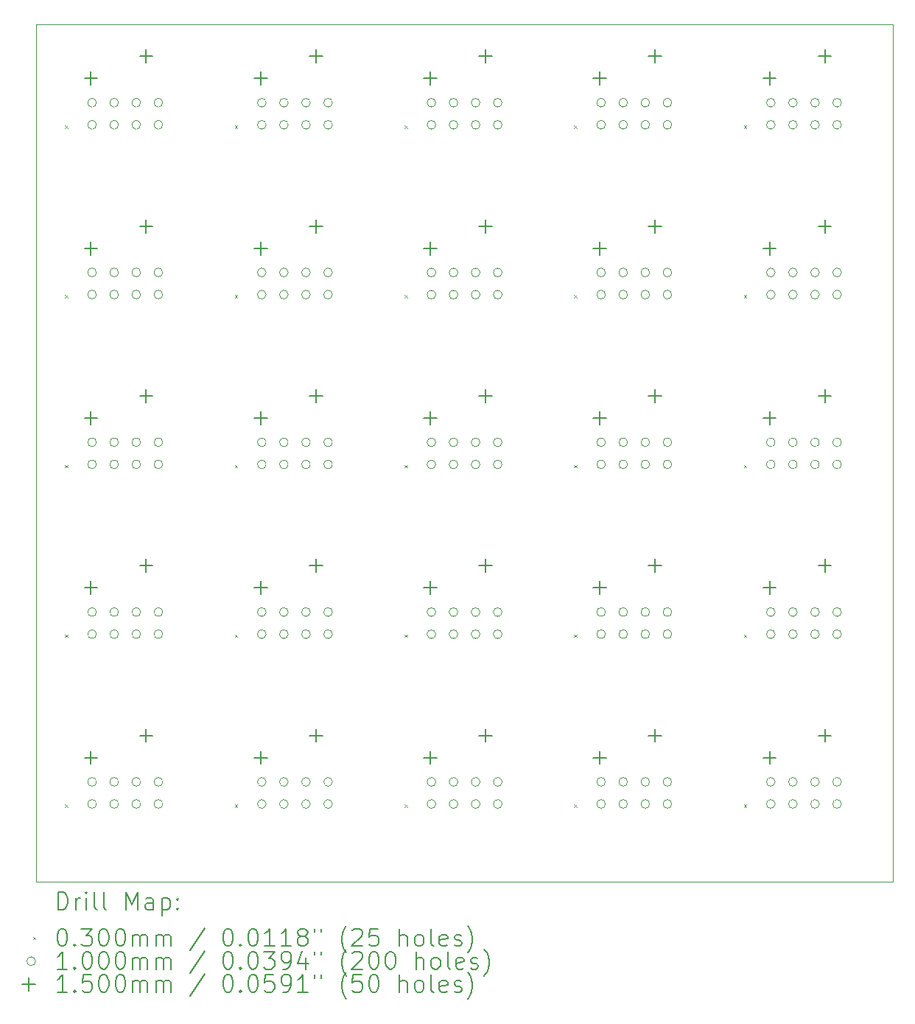
<source format=gbr>
%TF.GenerationSoftware,KiCad,Pcbnew,8.0.0-8.0.0-1~ubuntu22.04.1*%
%TF.CreationDate,2024-03-04T18:17:03+01:00*%
%TF.ProjectId,1x1_panel,3178315f-7061-46e6-956c-2e6b69636164,rev?*%
%TF.SameCoordinates,Original*%
%TF.FileFunction,Drillmap*%
%TF.FilePolarity,Positive*%
%FSLAX45Y45*%
G04 Gerber Fmt 4.5, Leading zero omitted, Abs format (unit mm)*
G04 Created by KiCad (PCBNEW 8.0.0-8.0.0-1~ubuntu22.04.1) date 2024-03-04 18:17:03*
%MOMM*%
%LPD*%
G01*
G04 APERTURE LIST*
%ADD10C,0.100000*%
%ADD11C,0.200000*%
%ADD12C,0.150000*%
G04 APERTURE END LIST*
D10*
X-200000Y200000D02*
X9650000Y200000D01*
X9650000Y-9650000D01*
X-200000Y-9650000D01*
X-200000Y200000D01*
D11*
D10*
X135000Y-960000D02*
X165000Y-990000D01*
X165000Y-960000D02*
X135000Y-990000D01*
X135000Y-2910000D02*
X165000Y-2940000D01*
X165000Y-2910000D02*
X135000Y-2940000D01*
X135000Y-4860000D02*
X165000Y-4890000D01*
X165000Y-4860000D02*
X135000Y-4890000D01*
X135000Y-6810000D02*
X165000Y-6840000D01*
X165000Y-6810000D02*
X135000Y-6840000D01*
X135000Y-8760000D02*
X165000Y-8790000D01*
X165000Y-8760000D02*
X135000Y-8790000D01*
X2085000Y-960000D02*
X2115000Y-990000D01*
X2115000Y-960000D02*
X2085000Y-990000D01*
X2085000Y-2910000D02*
X2115000Y-2940000D01*
X2115000Y-2910000D02*
X2085000Y-2940000D01*
X2085000Y-4860000D02*
X2115000Y-4890000D01*
X2115000Y-4860000D02*
X2085000Y-4890000D01*
X2085000Y-6810000D02*
X2115000Y-6840000D01*
X2115000Y-6810000D02*
X2085000Y-6840000D01*
X2085000Y-8760000D02*
X2115000Y-8790000D01*
X2115000Y-8760000D02*
X2085000Y-8790000D01*
X4035000Y-960000D02*
X4065000Y-990000D01*
X4065000Y-960000D02*
X4035000Y-990000D01*
X4035000Y-2910000D02*
X4065000Y-2940000D01*
X4065000Y-2910000D02*
X4035000Y-2940000D01*
X4035000Y-4860000D02*
X4065000Y-4890000D01*
X4065000Y-4860000D02*
X4035000Y-4890000D01*
X4035000Y-6810000D02*
X4065000Y-6840000D01*
X4065000Y-6810000D02*
X4035000Y-6840000D01*
X4035000Y-8760000D02*
X4065000Y-8790000D01*
X4065000Y-8760000D02*
X4035000Y-8790000D01*
X5985000Y-960000D02*
X6015000Y-990000D01*
X6015000Y-960000D02*
X5985000Y-990000D01*
X5985000Y-2910000D02*
X6015000Y-2940000D01*
X6015000Y-2910000D02*
X5985000Y-2940000D01*
X5985000Y-4860000D02*
X6015000Y-4890000D01*
X6015000Y-4860000D02*
X5985000Y-4890000D01*
X5985000Y-6810000D02*
X6015000Y-6840000D01*
X6015000Y-6810000D02*
X5985000Y-6840000D01*
X5985000Y-8760000D02*
X6015000Y-8790000D01*
X6015000Y-8760000D02*
X5985000Y-8790000D01*
X7935000Y-960000D02*
X7965000Y-990000D01*
X7965000Y-960000D02*
X7935000Y-990000D01*
X7935000Y-2910000D02*
X7965000Y-2940000D01*
X7965000Y-2910000D02*
X7935000Y-2940000D01*
X7935000Y-4860000D02*
X7965000Y-4890000D01*
X7965000Y-4860000D02*
X7935000Y-4890000D01*
X7935000Y-6810000D02*
X7965000Y-6840000D01*
X7965000Y-6810000D02*
X7935000Y-6840000D01*
X7935000Y-8760000D02*
X7965000Y-8790000D01*
X7965000Y-8760000D02*
X7935000Y-8790000D01*
X495000Y-700000D02*
G75*
G02*
X395000Y-700000I-50000J0D01*
G01*
X395000Y-700000D02*
G75*
G02*
X495000Y-700000I50000J0D01*
G01*
X495000Y-954000D02*
G75*
G02*
X395000Y-954000I-50000J0D01*
G01*
X395000Y-954000D02*
G75*
G02*
X495000Y-954000I50000J0D01*
G01*
X495000Y-2650000D02*
G75*
G02*
X395000Y-2650000I-50000J0D01*
G01*
X395000Y-2650000D02*
G75*
G02*
X495000Y-2650000I50000J0D01*
G01*
X495000Y-2904000D02*
G75*
G02*
X395000Y-2904000I-50000J0D01*
G01*
X395000Y-2904000D02*
G75*
G02*
X495000Y-2904000I50000J0D01*
G01*
X495000Y-4600000D02*
G75*
G02*
X395000Y-4600000I-50000J0D01*
G01*
X395000Y-4600000D02*
G75*
G02*
X495000Y-4600000I50000J0D01*
G01*
X495000Y-4854000D02*
G75*
G02*
X395000Y-4854000I-50000J0D01*
G01*
X395000Y-4854000D02*
G75*
G02*
X495000Y-4854000I50000J0D01*
G01*
X495000Y-6550000D02*
G75*
G02*
X395000Y-6550000I-50000J0D01*
G01*
X395000Y-6550000D02*
G75*
G02*
X495000Y-6550000I50000J0D01*
G01*
X495000Y-6804000D02*
G75*
G02*
X395000Y-6804000I-50000J0D01*
G01*
X395000Y-6804000D02*
G75*
G02*
X495000Y-6804000I50000J0D01*
G01*
X495000Y-8500000D02*
G75*
G02*
X395000Y-8500000I-50000J0D01*
G01*
X395000Y-8500000D02*
G75*
G02*
X495000Y-8500000I50000J0D01*
G01*
X495000Y-8754000D02*
G75*
G02*
X395000Y-8754000I-50000J0D01*
G01*
X395000Y-8754000D02*
G75*
G02*
X495000Y-8754000I50000J0D01*
G01*
X749000Y-700000D02*
G75*
G02*
X649000Y-700000I-50000J0D01*
G01*
X649000Y-700000D02*
G75*
G02*
X749000Y-700000I50000J0D01*
G01*
X749000Y-954000D02*
G75*
G02*
X649000Y-954000I-50000J0D01*
G01*
X649000Y-954000D02*
G75*
G02*
X749000Y-954000I50000J0D01*
G01*
X749000Y-2650000D02*
G75*
G02*
X649000Y-2650000I-50000J0D01*
G01*
X649000Y-2650000D02*
G75*
G02*
X749000Y-2650000I50000J0D01*
G01*
X749000Y-2904000D02*
G75*
G02*
X649000Y-2904000I-50000J0D01*
G01*
X649000Y-2904000D02*
G75*
G02*
X749000Y-2904000I50000J0D01*
G01*
X749000Y-4600000D02*
G75*
G02*
X649000Y-4600000I-50000J0D01*
G01*
X649000Y-4600000D02*
G75*
G02*
X749000Y-4600000I50000J0D01*
G01*
X749000Y-4854000D02*
G75*
G02*
X649000Y-4854000I-50000J0D01*
G01*
X649000Y-4854000D02*
G75*
G02*
X749000Y-4854000I50000J0D01*
G01*
X749000Y-6550000D02*
G75*
G02*
X649000Y-6550000I-50000J0D01*
G01*
X649000Y-6550000D02*
G75*
G02*
X749000Y-6550000I50000J0D01*
G01*
X749000Y-6804000D02*
G75*
G02*
X649000Y-6804000I-50000J0D01*
G01*
X649000Y-6804000D02*
G75*
G02*
X749000Y-6804000I50000J0D01*
G01*
X749000Y-8500000D02*
G75*
G02*
X649000Y-8500000I-50000J0D01*
G01*
X649000Y-8500000D02*
G75*
G02*
X749000Y-8500000I50000J0D01*
G01*
X749000Y-8754000D02*
G75*
G02*
X649000Y-8754000I-50000J0D01*
G01*
X649000Y-8754000D02*
G75*
G02*
X749000Y-8754000I50000J0D01*
G01*
X1003000Y-700000D02*
G75*
G02*
X903000Y-700000I-50000J0D01*
G01*
X903000Y-700000D02*
G75*
G02*
X1003000Y-700000I50000J0D01*
G01*
X1003000Y-954000D02*
G75*
G02*
X903000Y-954000I-50000J0D01*
G01*
X903000Y-954000D02*
G75*
G02*
X1003000Y-954000I50000J0D01*
G01*
X1003000Y-2650000D02*
G75*
G02*
X903000Y-2650000I-50000J0D01*
G01*
X903000Y-2650000D02*
G75*
G02*
X1003000Y-2650000I50000J0D01*
G01*
X1003000Y-2904000D02*
G75*
G02*
X903000Y-2904000I-50000J0D01*
G01*
X903000Y-2904000D02*
G75*
G02*
X1003000Y-2904000I50000J0D01*
G01*
X1003000Y-4600000D02*
G75*
G02*
X903000Y-4600000I-50000J0D01*
G01*
X903000Y-4600000D02*
G75*
G02*
X1003000Y-4600000I50000J0D01*
G01*
X1003000Y-4854000D02*
G75*
G02*
X903000Y-4854000I-50000J0D01*
G01*
X903000Y-4854000D02*
G75*
G02*
X1003000Y-4854000I50000J0D01*
G01*
X1003000Y-6550000D02*
G75*
G02*
X903000Y-6550000I-50000J0D01*
G01*
X903000Y-6550000D02*
G75*
G02*
X1003000Y-6550000I50000J0D01*
G01*
X1003000Y-6804000D02*
G75*
G02*
X903000Y-6804000I-50000J0D01*
G01*
X903000Y-6804000D02*
G75*
G02*
X1003000Y-6804000I50000J0D01*
G01*
X1003000Y-8500000D02*
G75*
G02*
X903000Y-8500000I-50000J0D01*
G01*
X903000Y-8500000D02*
G75*
G02*
X1003000Y-8500000I50000J0D01*
G01*
X1003000Y-8754000D02*
G75*
G02*
X903000Y-8754000I-50000J0D01*
G01*
X903000Y-8754000D02*
G75*
G02*
X1003000Y-8754000I50000J0D01*
G01*
X1257000Y-700000D02*
G75*
G02*
X1157000Y-700000I-50000J0D01*
G01*
X1157000Y-700000D02*
G75*
G02*
X1257000Y-700000I50000J0D01*
G01*
X1257000Y-954000D02*
G75*
G02*
X1157000Y-954000I-50000J0D01*
G01*
X1157000Y-954000D02*
G75*
G02*
X1257000Y-954000I50000J0D01*
G01*
X1257000Y-2650000D02*
G75*
G02*
X1157000Y-2650000I-50000J0D01*
G01*
X1157000Y-2650000D02*
G75*
G02*
X1257000Y-2650000I50000J0D01*
G01*
X1257000Y-2904000D02*
G75*
G02*
X1157000Y-2904000I-50000J0D01*
G01*
X1157000Y-2904000D02*
G75*
G02*
X1257000Y-2904000I50000J0D01*
G01*
X1257000Y-4600000D02*
G75*
G02*
X1157000Y-4600000I-50000J0D01*
G01*
X1157000Y-4600000D02*
G75*
G02*
X1257000Y-4600000I50000J0D01*
G01*
X1257000Y-4854000D02*
G75*
G02*
X1157000Y-4854000I-50000J0D01*
G01*
X1157000Y-4854000D02*
G75*
G02*
X1257000Y-4854000I50000J0D01*
G01*
X1257000Y-6550000D02*
G75*
G02*
X1157000Y-6550000I-50000J0D01*
G01*
X1157000Y-6550000D02*
G75*
G02*
X1257000Y-6550000I50000J0D01*
G01*
X1257000Y-6804000D02*
G75*
G02*
X1157000Y-6804000I-50000J0D01*
G01*
X1157000Y-6804000D02*
G75*
G02*
X1257000Y-6804000I50000J0D01*
G01*
X1257000Y-8500000D02*
G75*
G02*
X1157000Y-8500000I-50000J0D01*
G01*
X1157000Y-8500000D02*
G75*
G02*
X1257000Y-8500000I50000J0D01*
G01*
X1257000Y-8754000D02*
G75*
G02*
X1157000Y-8754000I-50000J0D01*
G01*
X1157000Y-8754000D02*
G75*
G02*
X1257000Y-8754000I50000J0D01*
G01*
X2445000Y-700000D02*
G75*
G02*
X2345000Y-700000I-50000J0D01*
G01*
X2345000Y-700000D02*
G75*
G02*
X2445000Y-700000I50000J0D01*
G01*
X2445000Y-954000D02*
G75*
G02*
X2345000Y-954000I-50000J0D01*
G01*
X2345000Y-954000D02*
G75*
G02*
X2445000Y-954000I50000J0D01*
G01*
X2445000Y-2650000D02*
G75*
G02*
X2345000Y-2650000I-50000J0D01*
G01*
X2345000Y-2650000D02*
G75*
G02*
X2445000Y-2650000I50000J0D01*
G01*
X2445000Y-2904000D02*
G75*
G02*
X2345000Y-2904000I-50000J0D01*
G01*
X2345000Y-2904000D02*
G75*
G02*
X2445000Y-2904000I50000J0D01*
G01*
X2445000Y-4600000D02*
G75*
G02*
X2345000Y-4600000I-50000J0D01*
G01*
X2345000Y-4600000D02*
G75*
G02*
X2445000Y-4600000I50000J0D01*
G01*
X2445000Y-4854000D02*
G75*
G02*
X2345000Y-4854000I-50000J0D01*
G01*
X2345000Y-4854000D02*
G75*
G02*
X2445000Y-4854000I50000J0D01*
G01*
X2445000Y-6550000D02*
G75*
G02*
X2345000Y-6550000I-50000J0D01*
G01*
X2345000Y-6550000D02*
G75*
G02*
X2445000Y-6550000I50000J0D01*
G01*
X2445000Y-6804000D02*
G75*
G02*
X2345000Y-6804000I-50000J0D01*
G01*
X2345000Y-6804000D02*
G75*
G02*
X2445000Y-6804000I50000J0D01*
G01*
X2445000Y-8500000D02*
G75*
G02*
X2345000Y-8500000I-50000J0D01*
G01*
X2345000Y-8500000D02*
G75*
G02*
X2445000Y-8500000I50000J0D01*
G01*
X2445000Y-8754000D02*
G75*
G02*
X2345000Y-8754000I-50000J0D01*
G01*
X2345000Y-8754000D02*
G75*
G02*
X2445000Y-8754000I50000J0D01*
G01*
X2699000Y-700000D02*
G75*
G02*
X2599000Y-700000I-50000J0D01*
G01*
X2599000Y-700000D02*
G75*
G02*
X2699000Y-700000I50000J0D01*
G01*
X2699000Y-954000D02*
G75*
G02*
X2599000Y-954000I-50000J0D01*
G01*
X2599000Y-954000D02*
G75*
G02*
X2699000Y-954000I50000J0D01*
G01*
X2699000Y-2650000D02*
G75*
G02*
X2599000Y-2650000I-50000J0D01*
G01*
X2599000Y-2650000D02*
G75*
G02*
X2699000Y-2650000I50000J0D01*
G01*
X2699000Y-2904000D02*
G75*
G02*
X2599000Y-2904000I-50000J0D01*
G01*
X2599000Y-2904000D02*
G75*
G02*
X2699000Y-2904000I50000J0D01*
G01*
X2699000Y-4600000D02*
G75*
G02*
X2599000Y-4600000I-50000J0D01*
G01*
X2599000Y-4600000D02*
G75*
G02*
X2699000Y-4600000I50000J0D01*
G01*
X2699000Y-4854000D02*
G75*
G02*
X2599000Y-4854000I-50000J0D01*
G01*
X2599000Y-4854000D02*
G75*
G02*
X2699000Y-4854000I50000J0D01*
G01*
X2699000Y-6550000D02*
G75*
G02*
X2599000Y-6550000I-50000J0D01*
G01*
X2599000Y-6550000D02*
G75*
G02*
X2699000Y-6550000I50000J0D01*
G01*
X2699000Y-6804000D02*
G75*
G02*
X2599000Y-6804000I-50000J0D01*
G01*
X2599000Y-6804000D02*
G75*
G02*
X2699000Y-6804000I50000J0D01*
G01*
X2699000Y-8500000D02*
G75*
G02*
X2599000Y-8500000I-50000J0D01*
G01*
X2599000Y-8500000D02*
G75*
G02*
X2699000Y-8500000I50000J0D01*
G01*
X2699000Y-8754000D02*
G75*
G02*
X2599000Y-8754000I-50000J0D01*
G01*
X2599000Y-8754000D02*
G75*
G02*
X2699000Y-8754000I50000J0D01*
G01*
X2953000Y-700000D02*
G75*
G02*
X2853000Y-700000I-50000J0D01*
G01*
X2853000Y-700000D02*
G75*
G02*
X2953000Y-700000I50000J0D01*
G01*
X2953000Y-954000D02*
G75*
G02*
X2853000Y-954000I-50000J0D01*
G01*
X2853000Y-954000D02*
G75*
G02*
X2953000Y-954000I50000J0D01*
G01*
X2953000Y-2650000D02*
G75*
G02*
X2853000Y-2650000I-50000J0D01*
G01*
X2853000Y-2650000D02*
G75*
G02*
X2953000Y-2650000I50000J0D01*
G01*
X2953000Y-2904000D02*
G75*
G02*
X2853000Y-2904000I-50000J0D01*
G01*
X2853000Y-2904000D02*
G75*
G02*
X2953000Y-2904000I50000J0D01*
G01*
X2953000Y-4600000D02*
G75*
G02*
X2853000Y-4600000I-50000J0D01*
G01*
X2853000Y-4600000D02*
G75*
G02*
X2953000Y-4600000I50000J0D01*
G01*
X2953000Y-4854000D02*
G75*
G02*
X2853000Y-4854000I-50000J0D01*
G01*
X2853000Y-4854000D02*
G75*
G02*
X2953000Y-4854000I50000J0D01*
G01*
X2953000Y-6550000D02*
G75*
G02*
X2853000Y-6550000I-50000J0D01*
G01*
X2853000Y-6550000D02*
G75*
G02*
X2953000Y-6550000I50000J0D01*
G01*
X2953000Y-6804000D02*
G75*
G02*
X2853000Y-6804000I-50000J0D01*
G01*
X2853000Y-6804000D02*
G75*
G02*
X2953000Y-6804000I50000J0D01*
G01*
X2953000Y-8500000D02*
G75*
G02*
X2853000Y-8500000I-50000J0D01*
G01*
X2853000Y-8500000D02*
G75*
G02*
X2953000Y-8500000I50000J0D01*
G01*
X2953000Y-8754000D02*
G75*
G02*
X2853000Y-8754000I-50000J0D01*
G01*
X2853000Y-8754000D02*
G75*
G02*
X2953000Y-8754000I50000J0D01*
G01*
X3207000Y-700000D02*
G75*
G02*
X3107000Y-700000I-50000J0D01*
G01*
X3107000Y-700000D02*
G75*
G02*
X3207000Y-700000I50000J0D01*
G01*
X3207000Y-954000D02*
G75*
G02*
X3107000Y-954000I-50000J0D01*
G01*
X3107000Y-954000D02*
G75*
G02*
X3207000Y-954000I50000J0D01*
G01*
X3207000Y-2650000D02*
G75*
G02*
X3107000Y-2650000I-50000J0D01*
G01*
X3107000Y-2650000D02*
G75*
G02*
X3207000Y-2650000I50000J0D01*
G01*
X3207000Y-2904000D02*
G75*
G02*
X3107000Y-2904000I-50000J0D01*
G01*
X3107000Y-2904000D02*
G75*
G02*
X3207000Y-2904000I50000J0D01*
G01*
X3207000Y-4600000D02*
G75*
G02*
X3107000Y-4600000I-50000J0D01*
G01*
X3107000Y-4600000D02*
G75*
G02*
X3207000Y-4600000I50000J0D01*
G01*
X3207000Y-4854000D02*
G75*
G02*
X3107000Y-4854000I-50000J0D01*
G01*
X3107000Y-4854000D02*
G75*
G02*
X3207000Y-4854000I50000J0D01*
G01*
X3207000Y-6550000D02*
G75*
G02*
X3107000Y-6550000I-50000J0D01*
G01*
X3107000Y-6550000D02*
G75*
G02*
X3207000Y-6550000I50000J0D01*
G01*
X3207000Y-6804000D02*
G75*
G02*
X3107000Y-6804000I-50000J0D01*
G01*
X3107000Y-6804000D02*
G75*
G02*
X3207000Y-6804000I50000J0D01*
G01*
X3207000Y-8500000D02*
G75*
G02*
X3107000Y-8500000I-50000J0D01*
G01*
X3107000Y-8500000D02*
G75*
G02*
X3207000Y-8500000I50000J0D01*
G01*
X3207000Y-8754000D02*
G75*
G02*
X3107000Y-8754000I-50000J0D01*
G01*
X3107000Y-8754000D02*
G75*
G02*
X3207000Y-8754000I50000J0D01*
G01*
X4395000Y-700000D02*
G75*
G02*
X4295000Y-700000I-50000J0D01*
G01*
X4295000Y-700000D02*
G75*
G02*
X4395000Y-700000I50000J0D01*
G01*
X4395000Y-954000D02*
G75*
G02*
X4295000Y-954000I-50000J0D01*
G01*
X4295000Y-954000D02*
G75*
G02*
X4395000Y-954000I50000J0D01*
G01*
X4395000Y-2650000D02*
G75*
G02*
X4295000Y-2650000I-50000J0D01*
G01*
X4295000Y-2650000D02*
G75*
G02*
X4395000Y-2650000I50000J0D01*
G01*
X4395000Y-2904000D02*
G75*
G02*
X4295000Y-2904000I-50000J0D01*
G01*
X4295000Y-2904000D02*
G75*
G02*
X4395000Y-2904000I50000J0D01*
G01*
X4395000Y-4600000D02*
G75*
G02*
X4295000Y-4600000I-50000J0D01*
G01*
X4295000Y-4600000D02*
G75*
G02*
X4395000Y-4600000I50000J0D01*
G01*
X4395000Y-4854000D02*
G75*
G02*
X4295000Y-4854000I-50000J0D01*
G01*
X4295000Y-4854000D02*
G75*
G02*
X4395000Y-4854000I50000J0D01*
G01*
X4395000Y-6550000D02*
G75*
G02*
X4295000Y-6550000I-50000J0D01*
G01*
X4295000Y-6550000D02*
G75*
G02*
X4395000Y-6550000I50000J0D01*
G01*
X4395000Y-6804000D02*
G75*
G02*
X4295000Y-6804000I-50000J0D01*
G01*
X4295000Y-6804000D02*
G75*
G02*
X4395000Y-6804000I50000J0D01*
G01*
X4395000Y-8500000D02*
G75*
G02*
X4295000Y-8500000I-50000J0D01*
G01*
X4295000Y-8500000D02*
G75*
G02*
X4395000Y-8500000I50000J0D01*
G01*
X4395000Y-8754000D02*
G75*
G02*
X4295000Y-8754000I-50000J0D01*
G01*
X4295000Y-8754000D02*
G75*
G02*
X4395000Y-8754000I50000J0D01*
G01*
X4649000Y-700000D02*
G75*
G02*
X4549000Y-700000I-50000J0D01*
G01*
X4549000Y-700000D02*
G75*
G02*
X4649000Y-700000I50000J0D01*
G01*
X4649000Y-954000D02*
G75*
G02*
X4549000Y-954000I-50000J0D01*
G01*
X4549000Y-954000D02*
G75*
G02*
X4649000Y-954000I50000J0D01*
G01*
X4649000Y-2650000D02*
G75*
G02*
X4549000Y-2650000I-50000J0D01*
G01*
X4549000Y-2650000D02*
G75*
G02*
X4649000Y-2650000I50000J0D01*
G01*
X4649000Y-2904000D02*
G75*
G02*
X4549000Y-2904000I-50000J0D01*
G01*
X4549000Y-2904000D02*
G75*
G02*
X4649000Y-2904000I50000J0D01*
G01*
X4649000Y-4600000D02*
G75*
G02*
X4549000Y-4600000I-50000J0D01*
G01*
X4549000Y-4600000D02*
G75*
G02*
X4649000Y-4600000I50000J0D01*
G01*
X4649000Y-4854000D02*
G75*
G02*
X4549000Y-4854000I-50000J0D01*
G01*
X4549000Y-4854000D02*
G75*
G02*
X4649000Y-4854000I50000J0D01*
G01*
X4649000Y-6550000D02*
G75*
G02*
X4549000Y-6550000I-50000J0D01*
G01*
X4549000Y-6550000D02*
G75*
G02*
X4649000Y-6550000I50000J0D01*
G01*
X4649000Y-6804000D02*
G75*
G02*
X4549000Y-6804000I-50000J0D01*
G01*
X4549000Y-6804000D02*
G75*
G02*
X4649000Y-6804000I50000J0D01*
G01*
X4649000Y-8500000D02*
G75*
G02*
X4549000Y-8500000I-50000J0D01*
G01*
X4549000Y-8500000D02*
G75*
G02*
X4649000Y-8500000I50000J0D01*
G01*
X4649000Y-8754000D02*
G75*
G02*
X4549000Y-8754000I-50000J0D01*
G01*
X4549000Y-8754000D02*
G75*
G02*
X4649000Y-8754000I50000J0D01*
G01*
X4903000Y-700000D02*
G75*
G02*
X4803000Y-700000I-50000J0D01*
G01*
X4803000Y-700000D02*
G75*
G02*
X4903000Y-700000I50000J0D01*
G01*
X4903000Y-954000D02*
G75*
G02*
X4803000Y-954000I-50000J0D01*
G01*
X4803000Y-954000D02*
G75*
G02*
X4903000Y-954000I50000J0D01*
G01*
X4903000Y-2650000D02*
G75*
G02*
X4803000Y-2650000I-50000J0D01*
G01*
X4803000Y-2650000D02*
G75*
G02*
X4903000Y-2650000I50000J0D01*
G01*
X4903000Y-2904000D02*
G75*
G02*
X4803000Y-2904000I-50000J0D01*
G01*
X4803000Y-2904000D02*
G75*
G02*
X4903000Y-2904000I50000J0D01*
G01*
X4903000Y-4600000D02*
G75*
G02*
X4803000Y-4600000I-50000J0D01*
G01*
X4803000Y-4600000D02*
G75*
G02*
X4903000Y-4600000I50000J0D01*
G01*
X4903000Y-4854000D02*
G75*
G02*
X4803000Y-4854000I-50000J0D01*
G01*
X4803000Y-4854000D02*
G75*
G02*
X4903000Y-4854000I50000J0D01*
G01*
X4903000Y-6550000D02*
G75*
G02*
X4803000Y-6550000I-50000J0D01*
G01*
X4803000Y-6550000D02*
G75*
G02*
X4903000Y-6550000I50000J0D01*
G01*
X4903000Y-6804000D02*
G75*
G02*
X4803000Y-6804000I-50000J0D01*
G01*
X4803000Y-6804000D02*
G75*
G02*
X4903000Y-6804000I50000J0D01*
G01*
X4903000Y-8500000D02*
G75*
G02*
X4803000Y-8500000I-50000J0D01*
G01*
X4803000Y-8500000D02*
G75*
G02*
X4903000Y-8500000I50000J0D01*
G01*
X4903000Y-8754000D02*
G75*
G02*
X4803000Y-8754000I-50000J0D01*
G01*
X4803000Y-8754000D02*
G75*
G02*
X4903000Y-8754000I50000J0D01*
G01*
X5157000Y-700000D02*
G75*
G02*
X5057000Y-700000I-50000J0D01*
G01*
X5057000Y-700000D02*
G75*
G02*
X5157000Y-700000I50000J0D01*
G01*
X5157000Y-954000D02*
G75*
G02*
X5057000Y-954000I-50000J0D01*
G01*
X5057000Y-954000D02*
G75*
G02*
X5157000Y-954000I50000J0D01*
G01*
X5157000Y-2650000D02*
G75*
G02*
X5057000Y-2650000I-50000J0D01*
G01*
X5057000Y-2650000D02*
G75*
G02*
X5157000Y-2650000I50000J0D01*
G01*
X5157000Y-2904000D02*
G75*
G02*
X5057000Y-2904000I-50000J0D01*
G01*
X5057000Y-2904000D02*
G75*
G02*
X5157000Y-2904000I50000J0D01*
G01*
X5157000Y-4600000D02*
G75*
G02*
X5057000Y-4600000I-50000J0D01*
G01*
X5057000Y-4600000D02*
G75*
G02*
X5157000Y-4600000I50000J0D01*
G01*
X5157000Y-4854000D02*
G75*
G02*
X5057000Y-4854000I-50000J0D01*
G01*
X5057000Y-4854000D02*
G75*
G02*
X5157000Y-4854000I50000J0D01*
G01*
X5157000Y-6550000D02*
G75*
G02*
X5057000Y-6550000I-50000J0D01*
G01*
X5057000Y-6550000D02*
G75*
G02*
X5157000Y-6550000I50000J0D01*
G01*
X5157000Y-6804000D02*
G75*
G02*
X5057000Y-6804000I-50000J0D01*
G01*
X5057000Y-6804000D02*
G75*
G02*
X5157000Y-6804000I50000J0D01*
G01*
X5157000Y-8500000D02*
G75*
G02*
X5057000Y-8500000I-50000J0D01*
G01*
X5057000Y-8500000D02*
G75*
G02*
X5157000Y-8500000I50000J0D01*
G01*
X5157000Y-8754000D02*
G75*
G02*
X5057000Y-8754000I-50000J0D01*
G01*
X5057000Y-8754000D02*
G75*
G02*
X5157000Y-8754000I50000J0D01*
G01*
X6345000Y-700000D02*
G75*
G02*
X6245000Y-700000I-50000J0D01*
G01*
X6245000Y-700000D02*
G75*
G02*
X6345000Y-700000I50000J0D01*
G01*
X6345000Y-954000D02*
G75*
G02*
X6245000Y-954000I-50000J0D01*
G01*
X6245000Y-954000D02*
G75*
G02*
X6345000Y-954000I50000J0D01*
G01*
X6345000Y-2650000D02*
G75*
G02*
X6245000Y-2650000I-50000J0D01*
G01*
X6245000Y-2650000D02*
G75*
G02*
X6345000Y-2650000I50000J0D01*
G01*
X6345000Y-2904000D02*
G75*
G02*
X6245000Y-2904000I-50000J0D01*
G01*
X6245000Y-2904000D02*
G75*
G02*
X6345000Y-2904000I50000J0D01*
G01*
X6345000Y-4600000D02*
G75*
G02*
X6245000Y-4600000I-50000J0D01*
G01*
X6245000Y-4600000D02*
G75*
G02*
X6345000Y-4600000I50000J0D01*
G01*
X6345000Y-4854000D02*
G75*
G02*
X6245000Y-4854000I-50000J0D01*
G01*
X6245000Y-4854000D02*
G75*
G02*
X6345000Y-4854000I50000J0D01*
G01*
X6345000Y-6550000D02*
G75*
G02*
X6245000Y-6550000I-50000J0D01*
G01*
X6245000Y-6550000D02*
G75*
G02*
X6345000Y-6550000I50000J0D01*
G01*
X6345000Y-6804000D02*
G75*
G02*
X6245000Y-6804000I-50000J0D01*
G01*
X6245000Y-6804000D02*
G75*
G02*
X6345000Y-6804000I50000J0D01*
G01*
X6345000Y-8500000D02*
G75*
G02*
X6245000Y-8500000I-50000J0D01*
G01*
X6245000Y-8500000D02*
G75*
G02*
X6345000Y-8500000I50000J0D01*
G01*
X6345000Y-8754000D02*
G75*
G02*
X6245000Y-8754000I-50000J0D01*
G01*
X6245000Y-8754000D02*
G75*
G02*
X6345000Y-8754000I50000J0D01*
G01*
X6599000Y-700000D02*
G75*
G02*
X6499000Y-700000I-50000J0D01*
G01*
X6499000Y-700000D02*
G75*
G02*
X6599000Y-700000I50000J0D01*
G01*
X6599000Y-954000D02*
G75*
G02*
X6499000Y-954000I-50000J0D01*
G01*
X6499000Y-954000D02*
G75*
G02*
X6599000Y-954000I50000J0D01*
G01*
X6599000Y-2650000D02*
G75*
G02*
X6499000Y-2650000I-50000J0D01*
G01*
X6499000Y-2650000D02*
G75*
G02*
X6599000Y-2650000I50000J0D01*
G01*
X6599000Y-2904000D02*
G75*
G02*
X6499000Y-2904000I-50000J0D01*
G01*
X6499000Y-2904000D02*
G75*
G02*
X6599000Y-2904000I50000J0D01*
G01*
X6599000Y-4600000D02*
G75*
G02*
X6499000Y-4600000I-50000J0D01*
G01*
X6499000Y-4600000D02*
G75*
G02*
X6599000Y-4600000I50000J0D01*
G01*
X6599000Y-4854000D02*
G75*
G02*
X6499000Y-4854000I-50000J0D01*
G01*
X6499000Y-4854000D02*
G75*
G02*
X6599000Y-4854000I50000J0D01*
G01*
X6599000Y-6550000D02*
G75*
G02*
X6499000Y-6550000I-50000J0D01*
G01*
X6499000Y-6550000D02*
G75*
G02*
X6599000Y-6550000I50000J0D01*
G01*
X6599000Y-6804000D02*
G75*
G02*
X6499000Y-6804000I-50000J0D01*
G01*
X6499000Y-6804000D02*
G75*
G02*
X6599000Y-6804000I50000J0D01*
G01*
X6599000Y-8500000D02*
G75*
G02*
X6499000Y-8500000I-50000J0D01*
G01*
X6499000Y-8500000D02*
G75*
G02*
X6599000Y-8500000I50000J0D01*
G01*
X6599000Y-8754000D02*
G75*
G02*
X6499000Y-8754000I-50000J0D01*
G01*
X6499000Y-8754000D02*
G75*
G02*
X6599000Y-8754000I50000J0D01*
G01*
X6853000Y-700000D02*
G75*
G02*
X6753000Y-700000I-50000J0D01*
G01*
X6753000Y-700000D02*
G75*
G02*
X6853000Y-700000I50000J0D01*
G01*
X6853000Y-954000D02*
G75*
G02*
X6753000Y-954000I-50000J0D01*
G01*
X6753000Y-954000D02*
G75*
G02*
X6853000Y-954000I50000J0D01*
G01*
X6853000Y-2650000D02*
G75*
G02*
X6753000Y-2650000I-50000J0D01*
G01*
X6753000Y-2650000D02*
G75*
G02*
X6853000Y-2650000I50000J0D01*
G01*
X6853000Y-2904000D02*
G75*
G02*
X6753000Y-2904000I-50000J0D01*
G01*
X6753000Y-2904000D02*
G75*
G02*
X6853000Y-2904000I50000J0D01*
G01*
X6853000Y-4600000D02*
G75*
G02*
X6753000Y-4600000I-50000J0D01*
G01*
X6753000Y-4600000D02*
G75*
G02*
X6853000Y-4600000I50000J0D01*
G01*
X6853000Y-4854000D02*
G75*
G02*
X6753000Y-4854000I-50000J0D01*
G01*
X6753000Y-4854000D02*
G75*
G02*
X6853000Y-4854000I50000J0D01*
G01*
X6853000Y-6550000D02*
G75*
G02*
X6753000Y-6550000I-50000J0D01*
G01*
X6753000Y-6550000D02*
G75*
G02*
X6853000Y-6550000I50000J0D01*
G01*
X6853000Y-6804000D02*
G75*
G02*
X6753000Y-6804000I-50000J0D01*
G01*
X6753000Y-6804000D02*
G75*
G02*
X6853000Y-6804000I50000J0D01*
G01*
X6853000Y-8500000D02*
G75*
G02*
X6753000Y-8500000I-50000J0D01*
G01*
X6753000Y-8500000D02*
G75*
G02*
X6853000Y-8500000I50000J0D01*
G01*
X6853000Y-8754000D02*
G75*
G02*
X6753000Y-8754000I-50000J0D01*
G01*
X6753000Y-8754000D02*
G75*
G02*
X6853000Y-8754000I50000J0D01*
G01*
X7107000Y-700000D02*
G75*
G02*
X7007000Y-700000I-50000J0D01*
G01*
X7007000Y-700000D02*
G75*
G02*
X7107000Y-700000I50000J0D01*
G01*
X7107000Y-954000D02*
G75*
G02*
X7007000Y-954000I-50000J0D01*
G01*
X7007000Y-954000D02*
G75*
G02*
X7107000Y-954000I50000J0D01*
G01*
X7107000Y-2650000D02*
G75*
G02*
X7007000Y-2650000I-50000J0D01*
G01*
X7007000Y-2650000D02*
G75*
G02*
X7107000Y-2650000I50000J0D01*
G01*
X7107000Y-2904000D02*
G75*
G02*
X7007000Y-2904000I-50000J0D01*
G01*
X7007000Y-2904000D02*
G75*
G02*
X7107000Y-2904000I50000J0D01*
G01*
X7107000Y-4600000D02*
G75*
G02*
X7007000Y-4600000I-50000J0D01*
G01*
X7007000Y-4600000D02*
G75*
G02*
X7107000Y-4600000I50000J0D01*
G01*
X7107000Y-4854000D02*
G75*
G02*
X7007000Y-4854000I-50000J0D01*
G01*
X7007000Y-4854000D02*
G75*
G02*
X7107000Y-4854000I50000J0D01*
G01*
X7107000Y-6550000D02*
G75*
G02*
X7007000Y-6550000I-50000J0D01*
G01*
X7007000Y-6550000D02*
G75*
G02*
X7107000Y-6550000I50000J0D01*
G01*
X7107000Y-6804000D02*
G75*
G02*
X7007000Y-6804000I-50000J0D01*
G01*
X7007000Y-6804000D02*
G75*
G02*
X7107000Y-6804000I50000J0D01*
G01*
X7107000Y-8500000D02*
G75*
G02*
X7007000Y-8500000I-50000J0D01*
G01*
X7007000Y-8500000D02*
G75*
G02*
X7107000Y-8500000I50000J0D01*
G01*
X7107000Y-8754000D02*
G75*
G02*
X7007000Y-8754000I-50000J0D01*
G01*
X7007000Y-8754000D02*
G75*
G02*
X7107000Y-8754000I50000J0D01*
G01*
X8295000Y-700000D02*
G75*
G02*
X8195000Y-700000I-50000J0D01*
G01*
X8195000Y-700000D02*
G75*
G02*
X8295000Y-700000I50000J0D01*
G01*
X8295000Y-954000D02*
G75*
G02*
X8195000Y-954000I-50000J0D01*
G01*
X8195000Y-954000D02*
G75*
G02*
X8295000Y-954000I50000J0D01*
G01*
X8295000Y-2650000D02*
G75*
G02*
X8195000Y-2650000I-50000J0D01*
G01*
X8195000Y-2650000D02*
G75*
G02*
X8295000Y-2650000I50000J0D01*
G01*
X8295000Y-2904000D02*
G75*
G02*
X8195000Y-2904000I-50000J0D01*
G01*
X8195000Y-2904000D02*
G75*
G02*
X8295000Y-2904000I50000J0D01*
G01*
X8295000Y-4600000D02*
G75*
G02*
X8195000Y-4600000I-50000J0D01*
G01*
X8195000Y-4600000D02*
G75*
G02*
X8295000Y-4600000I50000J0D01*
G01*
X8295000Y-4854000D02*
G75*
G02*
X8195000Y-4854000I-50000J0D01*
G01*
X8195000Y-4854000D02*
G75*
G02*
X8295000Y-4854000I50000J0D01*
G01*
X8295000Y-6550000D02*
G75*
G02*
X8195000Y-6550000I-50000J0D01*
G01*
X8195000Y-6550000D02*
G75*
G02*
X8295000Y-6550000I50000J0D01*
G01*
X8295000Y-6804000D02*
G75*
G02*
X8195000Y-6804000I-50000J0D01*
G01*
X8195000Y-6804000D02*
G75*
G02*
X8295000Y-6804000I50000J0D01*
G01*
X8295000Y-8500000D02*
G75*
G02*
X8195000Y-8500000I-50000J0D01*
G01*
X8195000Y-8500000D02*
G75*
G02*
X8295000Y-8500000I50000J0D01*
G01*
X8295000Y-8754000D02*
G75*
G02*
X8195000Y-8754000I-50000J0D01*
G01*
X8195000Y-8754000D02*
G75*
G02*
X8295000Y-8754000I50000J0D01*
G01*
X8549000Y-700000D02*
G75*
G02*
X8449000Y-700000I-50000J0D01*
G01*
X8449000Y-700000D02*
G75*
G02*
X8549000Y-700000I50000J0D01*
G01*
X8549000Y-954000D02*
G75*
G02*
X8449000Y-954000I-50000J0D01*
G01*
X8449000Y-954000D02*
G75*
G02*
X8549000Y-954000I50000J0D01*
G01*
X8549000Y-2650000D02*
G75*
G02*
X8449000Y-2650000I-50000J0D01*
G01*
X8449000Y-2650000D02*
G75*
G02*
X8549000Y-2650000I50000J0D01*
G01*
X8549000Y-2904000D02*
G75*
G02*
X8449000Y-2904000I-50000J0D01*
G01*
X8449000Y-2904000D02*
G75*
G02*
X8549000Y-2904000I50000J0D01*
G01*
X8549000Y-4600000D02*
G75*
G02*
X8449000Y-4600000I-50000J0D01*
G01*
X8449000Y-4600000D02*
G75*
G02*
X8549000Y-4600000I50000J0D01*
G01*
X8549000Y-4854000D02*
G75*
G02*
X8449000Y-4854000I-50000J0D01*
G01*
X8449000Y-4854000D02*
G75*
G02*
X8549000Y-4854000I50000J0D01*
G01*
X8549000Y-6550000D02*
G75*
G02*
X8449000Y-6550000I-50000J0D01*
G01*
X8449000Y-6550000D02*
G75*
G02*
X8549000Y-6550000I50000J0D01*
G01*
X8549000Y-6804000D02*
G75*
G02*
X8449000Y-6804000I-50000J0D01*
G01*
X8449000Y-6804000D02*
G75*
G02*
X8549000Y-6804000I50000J0D01*
G01*
X8549000Y-8500000D02*
G75*
G02*
X8449000Y-8500000I-50000J0D01*
G01*
X8449000Y-8500000D02*
G75*
G02*
X8549000Y-8500000I50000J0D01*
G01*
X8549000Y-8754000D02*
G75*
G02*
X8449000Y-8754000I-50000J0D01*
G01*
X8449000Y-8754000D02*
G75*
G02*
X8549000Y-8754000I50000J0D01*
G01*
X8803000Y-700000D02*
G75*
G02*
X8703000Y-700000I-50000J0D01*
G01*
X8703000Y-700000D02*
G75*
G02*
X8803000Y-700000I50000J0D01*
G01*
X8803000Y-954000D02*
G75*
G02*
X8703000Y-954000I-50000J0D01*
G01*
X8703000Y-954000D02*
G75*
G02*
X8803000Y-954000I50000J0D01*
G01*
X8803000Y-2650000D02*
G75*
G02*
X8703000Y-2650000I-50000J0D01*
G01*
X8703000Y-2650000D02*
G75*
G02*
X8803000Y-2650000I50000J0D01*
G01*
X8803000Y-2904000D02*
G75*
G02*
X8703000Y-2904000I-50000J0D01*
G01*
X8703000Y-2904000D02*
G75*
G02*
X8803000Y-2904000I50000J0D01*
G01*
X8803000Y-4600000D02*
G75*
G02*
X8703000Y-4600000I-50000J0D01*
G01*
X8703000Y-4600000D02*
G75*
G02*
X8803000Y-4600000I50000J0D01*
G01*
X8803000Y-4854000D02*
G75*
G02*
X8703000Y-4854000I-50000J0D01*
G01*
X8703000Y-4854000D02*
G75*
G02*
X8803000Y-4854000I50000J0D01*
G01*
X8803000Y-6550000D02*
G75*
G02*
X8703000Y-6550000I-50000J0D01*
G01*
X8703000Y-6550000D02*
G75*
G02*
X8803000Y-6550000I50000J0D01*
G01*
X8803000Y-6804000D02*
G75*
G02*
X8703000Y-6804000I-50000J0D01*
G01*
X8703000Y-6804000D02*
G75*
G02*
X8803000Y-6804000I50000J0D01*
G01*
X8803000Y-8500000D02*
G75*
G02*
X8703000Y-8500000I-50000J0D01*
G01*
X8703000Y-8500000D02*
G75*
G02*
X8803000Y-8500000I50000J0D01*
G01*
X8803000Y-8754000D02*
G75*
G02*
X8703000Y-8754000I-50000J0D01*
G01*
X8703000Y-8754000D02*
G75*
G02*
X8803000Y-8754000I50000J0D01*
G01*
X9057000Y-700000D02*
G75*
G02*
X8957000Y-700000I-50000J0D01*
G01*
X8957000Y-700000D02*
G75*
G02*
X9057000Y-700000I50000J0D01*
G01*
X9057000Y-954000D02*
G75*
G02*
X8957000Y-954000I-50000J0D01*
G01*
X8957000Y-954000D02*
G75*
G02*
X9057000Y-954000I50000J0D01*
G01*
X9057000Y-2650000D02*
G75*
G02*
X8957000Y-2650000I-50000J0D01*
G01*
X8957000Y-2650000D02*
G75*
G02*
X9057000Y-2650000I50000J0D01*
G01*
X9057000Y-2904000D02*
G75*
G02*
X8957000Y-2904000I-50000J0D01*
G01*
X8957000Y-2904000D02*
G75*
G02*
X9057000Y-2904000I50000J0D01*
G01*
X9057000Y-4600000D02*
G75*
G02*
X8957000Y-4600000I-50000J0D01*
G01*
X8957000Y-4600000D02*
G75*
G02*
X9057000Y-4600000I50000J0D01*
G01*
X9057000Y-4854000D02*
G75*
G02*
X8957000Y-4854000I-50000J0D01*
G01*
X8957000Y-4854000D02*
G75*
G02*
X9057000Y-4854000I50000J0D01*
G01*
X9057000Y-6550000D02*
G75*
G02*
X8957000Y-6550000I-50000J0D01*
G01*
X8957000Y-6550000D02*
G75*
G02*
X9057000Y-6550000I50000J0D01*
G01*
X9057000Y-6804000D02*
G75*
G02*
X8957000Y-6804000I-50000J0D01*
G01*
X8957000Y-6804000D02*
G75*
G02*
X9057000Y-6804000I50000J0D01*
G01*
X9057000Y-8500000D02*
G75*
G02*
X8957000Y-8500000I-50000J0D01*
G01*
X8957000Y-8500000D02*
G75*
G02*
X9057000Y-8500000I50000J0D01*
G01*
X9057000Y-8754000D02*
G75*
G02*
X8957000Y-8754000I-50000J0D01*
G01*
X8957000Y-8754000D02*
G75*
G02*
X9057000Y-8754000I50000J0D01*
G01*
D12*
X431500Y-346000D02*
X431500Y-496000D01*
X356500Y-421000D02*
X506500Y-421000D01*
X431500Y-2296000D02*
X431500Y-2446000D01*
X356500Y-2371000D02*
X506500Y-2371000D01*
X431500Y-4246000D02*
X431500Y-4396000D01*
X356500Y-4321000D02*
X506500Y-4321000D01*
X431500Y-6196000D02*
X431500Y-6346000D01*
X356500Y-6271000D02*
X506500Y-6271000D01*
X431500Y-8146000D02*
X431500Y-8296000D01*
X356500Y-8221000D02*
X506500Y-8221000D01*
X1066500Y-92000D02*
X1066500Y-242000D01*
X991500Y-167000D02*
X1141500Y-167000D01*
X1066500Y-2042000D02*
X1066500Y-2192000D01*
X991500Y-2117000D02*
X1141500Y-2117000D01*
X1066500Y-3992000D02*
X1066500Y-4142000D01*
X991500Y-4067000D02*
X1141500Y-4067000D01*
X1066500Y-5942000D02*
X1066500Y-6092000D01*
X991500Y-6017000D02*
X1141500Y-6017000D01*
X1066500Y-7892000D02*
X1066500Y-8042000D01*
X991500Y-7967000D02*
X1141500Y-7967000D01*
X2381500Y-346000D02*
X2381500Y-496000D01*
X2306500Y-421000D02*
X2456500Y-421000D01*
X2381500Y-2296000D02*
X2381500Y-2446000D01*
X2306500Y-2371000D02*
X2456500Y-2371000D01*
X2381500Y-4246000D02*
X2381500Y-4396000D01*
X2306500Y-4321000D02*
X2456500Y-4321000D01*
X2381500Y-6196000D02*
X2381500Y-6346000D01*
X2306500Y-6271000D02*
X2456500Y-6271000D01*
X2381500Y-8146000D02*
X2381500Y-8296000D01*
X2306500Y-8221000D02*
X2456500Y-8221000D01*
X3016500Y-92000D02*
X3016500Y-242000D01*
X2941500Y-167000D02*
X3091500Y-167000D01*
X3016500Y-2042000D02*
X3016500Y-2192000D01*
X2941500Y-2117000D02*
X3091500Y-2117000D01*
X3016500Y-3992000D02*
X3016500Y-4142000D01*
X2941500Y-4067000D02*
X3091500Y-4067000D01*
X3016500Y-5942000D02*
X3016500Y-6092000D01*
X2941500Y-6017000D02*
X3091500Y-6017000D01*
X3016500Y-7892000D02*
X3016500Y-8042000D01*
X2941500Y-7967000D02*
X3091500Y-7967000D01*
X4331500Y-346000D02*
X4331500Y-496000D01*
X4256500Y-421000D02*
X4406500Y-421000D01*
X4331500Y-2296000D02*
X4331500Y-2446000D01*
X4256500Y-2371000D02*
X4406500Y-2371000D01*
X4331500Y-4246000D02*
X4331500Y-4396000D01*
X4256500Y-4321000D02*
X4406500Y-4321000D01*
X4331500Y-6196000D02*
X4331500Y-6346000D01*
X4256500Y-6271000D02*
X4406500Y-6271000D01*
X4331500Y-8146000D02*
X4331500Y-8296000D01*
X4256500Y-8221000D02*
X4406500Y-8221000D01*
X4966500Y-92000D02*
X4966500Y-242000D01*
X4891500Y-167000D02*
X5041500Y-167000D01*
X4966500Y-2042000D02*
X4966500Y-2192000D01*
X4891500Y-2117000D02*
X5041500Y-2117000D01*
X4966500Y-3992000D02*
X4966500Y-4142000D01*
X4891500Y-4067000D02*
X5041500Y-4067000D01*
X4966500Y-5942000D02*
X4966500Y-6092000D01*
X4891500Y-6017000D02*
X5041500Y-6017000D01*
X4966500Y-7892000D02*
X4966500Y-8042000D01*
X4891500Y-7967000D02*
X5041500Y-7967000D01*
X6281500Y-346000D02*
X6281500Y-496000D01*
X6206500Y-421000D02*
X6356500Y-421000D01*
X6281500Y-2296000D02*
X6281500Y-2446000D01*
X6206500Y-2371000D02*
X6356500Y-2371000D01*
X6281500Y-4246000D02*
X6281500Y-4396000D01*
X6206500Y-4321000D02*
X6356500Y-4321000D01*
X6281500Y-6196000D02*
X6281500Y-6346000D01*
X6206500Y-6271000D02*
X6356500Y-6271000D01*
X6281500Y-8146000D02*
X6281500Y-8296000D01*
X6206500Y-8221000D02*
X6356500Y-8221000D01*
X6916500Y-92000D02*
X6916500Y-242000D01*
X6841500Y-167000D02*
X6991500Y-167000D01*
X6916500Y-2042000D02*
X6916500Y-2192000D01*
X6841500Y-2117000D02*
X6991500Y-2117000D01*
X6916500Y-3992000D02*
X6916500Y-4142000D01*
X6841500Y-4067000D02*
X6991500Y-4067000D01*
X6916500Y-5942000D02*
X6916500Y-6092000D01*
X6841500Y-6017000D02*
X6991500Y-6017000D01*
X6916500Y-7892000D02*
X6916500Y-8042000D01*
X6841500Y-7967000D02*
X6991500Y-7967000D01*
X8231500Y-346000D02*
X8231500Y-496000D01*
X8156500Y-421000D02*
X8306500Y-421000D01*
X8231500Y-2296000D02*
X8231500Y-2446000D01*
X8156500Y-2371000D02*
X8306500Y-2371000D01*
X8231500Y-4246000D02*
X8231500Y-4396000D01*
X8156500Y-4321000D02*
X8306500Y-4321000D01*
X8231500Y-6196000D02*
X8231500Y-6346000D01*
X8156500Y-6271000D02*
X8306500Y-6271000D01*
X8231500Y-8146000D02*
X8231500Y-8296000D01*
X8156500Y-8221000D02*
X8306500Y-8221000D01*
X8866500Y-92000D02*
X8866500Y-242000D01*
X8791500Y-167000D02*
X8941500Y-167000D01*
X8866500Y-2042000D02*
X8866500Y-2192000D01*
X8791500Y-2117000D02*
X8941500Y-2117000D01*
X8866500Y-3992000D02*
X8866500Y-4142000D01*
X8791500Y-4067000D02*
X8941500Y-4067000D01*
X8866500Y-5942000D02*
X8866500Y-6092000D01*
X8791500Y-6017000D02*
X8941500Y-6017000D01*
X8866500Y-7892000D02*
X8866500Y-8042000D01*
X8791500Y-7967000D02*
X8941500Y-7967000D01*
D11*
X55777Y-9966484D02*
X55777Y-9766484D01*
X55777Y-9766484D02*
X103396Y-9766484D01*
X103396Y-9766484D02*
X131967Y-9776008D01*
X131967Y-9776008D02*
X151015Y-9795055D01*
X151015Y-9795055D02*
X160539Y-9814103D01*
X160539Y-9814103D02*
X170063Y-9852198D01*
X170063Y-9852198D02*
X170063Y-9880770D01*
X170063Y-9880770D02*
X160539Y-9918865D01*
X160539Y-9918865D02*
X151015Y-9937912D01*
X151015Y-9937912D02*
X131967Y-9956960D01*
X131967Y-9956960D02*
X103396Y-9966484D01*
X103396Y-9966484D02*
X55777Y-9966484D01*
X255777Y-9966484D02*
X255777Y-9833150D01*
X255777Y-9871246D02*
X265301Y-9852198D01*
X265301Y-9852198D02*
X274824Y-9842674D01*
X274824Y-9842674D02*
X293872Y-9833150D01*
X293872Y-9833150D02*
X312920Y-9833150D01*
X379586Y-9966484D02*
X379586Y-9833150D01*
X379586Y-9766484D02*
X370062Y-9776008D01*
X370062Y-9776008D02*
X379586Y-9785531D01*
X379586Y-9785531D02*
X389110Y-9776008D01*
X389110Y-9776008D02*
X379586Y-9766484D01*
X379586Y-9766484D02*
X379586Y-9785531D01*
X503396Y-9966484D02*
X484348Y-9956960D01*
X484348Y-9956960D02*
X474824Y-9937912D01*
X474824Y-9937912D02*
X474824Y-9766484D01*
X608158Y-9966484D02*
X589110Y-9956960D01*
X589110Y-9956960D02*
X579586Y-9937912D01*
X579586Y-9937912D02*
X579586Y-9766484D01*
X836729Y-9966484D02*
X836729Y-9766484D01*
X836729Y-9766484D02*
X903396Y-9909341D01*
X903396Y-9909341D02*
X970062Y-9766484D01*
X970062Y-9766484D02*
X970062Y-9966484D01*
X1151015Y-9966484D02*
X1151015Y-9861722D01*
X1151015Y-9861722D02*
X1141491Y-9842674D01*
X1141491Y-9842674D02*
X1122444Y-9833150D01*
X1122444Y-9833150D02*
X1084348Y-9833150D01*
X1084348Y-9833150D02*
X1065301Y-9842674D01*
X1151015Y-9956960D02*
X1131967Y-9966484D01*
X1131967Y-9966484D02*
X1084348Y-9966484D01*
X1084348Y-9966484D02*
X1065301Y-9956960D01*
X1065301Y-9956960D02*
X1055777Y-9937912D01*
X1055777Y-9937912D02*
X1055777Y-9918865D01*
X1055777Y-9918865D02*
X1065301Y-9899817D01*
X1065301Y-9899817D02*
X1084348Y-9890293D01*
X1084348Y-9890293D02*
X1131967Y-9890293D01*
X1131967Y-9890293D02*
X1151015Y-9880770D01*
X1246253Y-9833150D02*
X1246253Y-10033150D01*
X1246253Y-9842674D02*
X1265301Y-9833150D01*
X1265301Y-9833150D02*
X1303396Y-9833150D01*
X1303396Y-9833150D02*
X1322444Y-9842674D01*
X1322444Y-9842674D02*
X1331967Y-9852198D01*
X1331967Y-9852198D02*
X1341491Y-9871246D01*
X1341491Y-9871246D02*
X1341491Y-9928389D01*
X1341491Y-9928389D02*
X1331967Y-9947436D01*
X1331967Y-9947436D02*
X1322444Y-9956960D01*
X1322444Y-9956960D02*
X1303396Y-9966484D01*
X1303396Y-9966484D02*
X1265301Y-9966484D01*
X1265301Y-9966484D02*
X1246253Y-9956960D01*
X1427205Y-9947436D02*
X1436729Y-9956960D01*
X1436729Y-9956960D02*
X1427205Y-9966484D01*
X1427205Y-9966484D02*
X1417682Y-9956960D01*
X1417682Y-9956960D02*
X1427205Y-9947436D01*
X1427205Y-9947436D02*
X1427205Y-9966484D01*
X1427205Y-9842674D02*
X1436729Y-9852198D01*
X1436729Y-9852198D02*
X1427205Y-9861722D01*
X1427205Y-9861722D02*
X1417682Y-9852198D01*
X1417682Y-9852198D02*
X1427205Y-9842674D01*
X1427205Y-9842674D02*
X1427205Y-9861722D01*
D10*
X-235000Y-10280000D02*
X-205000Y-10310000D01*
X-205000Y-10280000D02*
X-235000Y-10310000D01*
D11*
X93872Y-10186484D02*
X112920Y-10186484D01*
X112920Y-10186484D02*
X131967Y-10196008D01*
X131967Y-10196008D02*
X141491Y-10205531D01*
X141491Y-10205531D02*
X151015Y-10224579D01*
X151015Y-10224579D02*
X160539Y-10262674D01*
X160539Y-10262674D02*
X160539Y-10310293D01*
X160539Y-10310293D02*
X151015Y-10348389D01*
X151015Y-10348389D02*
X141491Y-10367436D01*
X141491Y-10367436D02*
X131967Y-10376960D01*
X131967Y-10376960D02*
X112920Y-10386484D01*
X112920Y-10386484D02*
X93872Y-10386484D01*
X93872Y-10386484D02*
X74824Y-10376960D01*
X74824Y-10376960D02*
X65301Y-10367436D01*
X65301Y-10367436D02*
X55777Y-10348389D01*
X55777Y-10348389D02*
X46253Y-10310293D01*
X46253Y-10310293D02*
X46253Y-10262674D01*
X46253Y-10262674D02*
X55777Y-10224579D01*
X55777Y-10224579D02*
X65301Y-10205531D01*
X65301Y-10205531D02*
X74824Y-10196008D01*
X74824Y-10196008D02*
X93872Y-10186484D01*
X246253Y-10367436D02*
X255777Y-10376960D01*
X255777Y-10376960D02*
X246253Y-10386484D01*
X246253Y-10386484D02*
X236729Y-10376960D01*
X236729Y-10376960D02*
X246253Y-10367436D01*
X246253Y-10367436D02*
X246253Y-10386484D01*
X322444Y-10186484D02*
X446253Y-10186484D01*
X446253Y-10186484D02*
X379586Y-10262674D01*
X379586Y-10262674D02*
X408158Y-10262674D01*
X408158Y-10262674D02*
X427205Y-10272198D01*
X427205Y-10272198D02*
X436729Y-10281722D01*
X436729Y-10281722D02*
X446253Y-10300770D01*
X446253Y-10300770D02*
X446253Y-10348389D01*
X446253Y-10348389D02*
X436729Y-10367436D01*
X436729Y-10367436D02*
X427205Y-10376960D01*
X427205Y-10376960D02*
X408158Y-10386484D01*
X408158Y-10386484D02*
X351015Y-10386484D01*
X351015Y-10386484D02*
X331967Y-10376960D01*
X331967Y-10376960D02*
X322444Y-10367436D01*
X570063Y-10186484D02*
X589110Y-10186484D01*
X589110Y-10186484D02*
X608158Y-10196008D01*
X608158Y-10196008D02*
X617682Y-10205531D01*
X617682Y-10205531D02*
X627205Y-10224579D01*
X627205Y-10224579D02*
X636729Y-10262674D01*
X636729Y-10262674D02*
X636729Y-10310293D01*
X636729Y-10310293D02*
X627205Y-10348389D01*
X627205Y-10348389D02*
X617682Y-10367436D01*
X617682Y-10367436D02*
X608158Y-10376960D01*
X608158Y-10376960D02*
X589110Y-10386484D01*
X589110Y-10386484D02*
X570063Y-10386484D01*
X570063Y-10386484D02*
X551015Y-10376960D01*
X551015Y-10376960D02*
X541491Y-10367436D01*
X541491Y-10367436D02*
X531967Y-10348389D01*
X531967Y-10348389D02*
X522443Y-10310293D01*
X522443Y-10310293D02*
X522443Y-10262674D01*
X522443Y-10262674D02*
X531967Y-10224579D01*
X531967Y-10224579D02*
X541491Y-10205531D01*
X541491Y-10205531D02*
X551015Y-10196008D01*
X551015Y-10196008D02*
X570063Y-10186484D01*
X760539Y-10186484D02*
X779586Y-10186484D01*
X779586Y-10186484D02*
X798634Y-10196008D01*
X798634Y-10196008D02*
X808158Y-10205531D01*
X808158Y-10205531D02*
X817682Y-10224579D01*
X817682Y-10224579D02*
X827205Y-10262674D01*
X827205Y-10262674D02*
X827205Y-10310293D01*
X827205Y-10310293D02*
X817682Y-10348389D01*
X817682Y-10348389D02*
X808158Y-10367436D01*
X808158Y-10367436D02*
X798634Y-10376960D01*
X798634Y-10376960D02*
X779586Y-10386484D01*
X779586Y-10386484D02*
X760539Y-10386484D01*
X760539Y-10386484D02*
X741491Y-10376960D01*
X741491Y-10376960D02*
X731967Y-10367436D01*
X731967Y-10367436D02*
X722443Y-10348389D01*
X722443Y-10348389D02*
X712920Y-10310293D01*
X712920Y-10310293D02*
X712920Y-10262674D01*
X712920Y-10262674D02*
X722443Y-10224579D01*
X722443Y-10224579D02*
X731967Y-10205531D01*
X731967Y-10205531D02*
X741491Y-10196008D01*
X741491Y-10196008D02*
X760539Y-10186484D01*
X912920Y-10386484D02*
X912920Y-10253150D01*
X912920Y-10272198D02*
X922443Y-10262674D01*
X922443Y-10262674D02*
X941491Y-10253150D01*
X941491Y-10253150D02*
X970063Y-10253150D01*
X970063Y-10253150D02*
X989110Y-10262674D01*
X989110Y-10262674D02*
X998634Y-10281722D01*
X998634Y-10281722D02*
X998634Y-10386484D01*
X998634Y-10281722D02*
X1008158Y-10262674D01*
X1008158Y-10262674D02*
X1027205Y-10253150D01*
X1027205Y-10253150D02*
X1055777Y-10253150D01*
X1055777Y-10253150D02*
X1074825Y-10262674D01*
X1074825Y-10262674D02*
X1084348Y-10281722D01*
X1084348Y-10281722D02*
X1084348Y-10386484D01*
X1179586Y-10386484D02*
X1179586Y-10253150D01*
X1179586Y-10272198D02*
X1189110Y-10262674D01*
X1189110Y-10262674D02*
X1208158Y-10253150D01*
X1208158Y-10253150D02*
X1236729Y-10253150D01*
X1236729Y-10253150D02*
X1255777Y-10262674D01*
X1255777Y-10262674D02*
X1265301Y-10281722D01*
X1265301Y-10281722D02*
X1265301Y-10386484D01*
X1265301Y-10281722D02*
X1274825Y-10262674D01*
X1274825Y-10262674D02*
X1293872Y-10253150D01*
X1293872Y-10253150D02*
X1322444Y-10253150D01*
X1322444Y-10253150D02*
X1341491Y-10262674D01*
X1341491Y-10262674D02*
X1351015Y-10281722D01*
X1351015Y-10281722D02*
X1351015Y-10386484D01*
X1741491Y-10176960D02*
X1570063Y-10434103D01*
X1998634Y-10186484D02*
X2017682Y-10186484D01*
X2017682Y-10186484D02*
X2036729Y-10196008D01*
X2036729Y-10196008D02*
X2046253Y-10205531D01*
X2046253Y-10205531D02*
X2055777Y-10224579D01*
X2055777Y-10224579D02*
X2065301Y-10262674D01*
X2065301Y-10262674D02*
X2065301Y-10310293D01*
X2065301Y-10310293D02*
X2055777Y-10348389D01*
X2055777Y-10348389D02*
X2046253Y-10367436D01*
X2046253Y-10367436D02*
X2036729Y-10376960D01*
X2036729Y-10376960D02*
X2017682Y-10386484D01*
X2017682Y-10386484D02*
X1998634Y-10386484D01*
X1998634Y-10386484D02*
X1979586Y-10376960D01*
X1979586Y-10376960D02*
X1970063Y-10367436D01*
X1970063Y-10367436D02*
X1960539Y-10348389D01*
X1960539Y-10348389D02*
X1951015Y-10310293D01*
X1951015Y-10310293D02*
X1951015Y-10262674D01*
X1951015Y-10262674D02*
X1960539Y-10224579D01*
X1960539Y-10224579D02*
X1970063Y-10205531D01*
X1970063Y-10205531D02*
X1979586Y-10196008D01*
X1979586Y-10196008D02*
X1998634Y-10186484D01*
X2151015Y-10367436D02*
X2160539Y-10376960D01*
X2160539Y-10376960D02*
X2151015Y-10386484D01*
X2151015Y-10386484D02*
X2141491Y-10376960D01*
X2141491Y-10376960D02*
X2151015Y-10367436D01*
X2151015Y-10367436D02*
X2151015Y-10386484D01*
X2284348Y-10186484D02*
X2303396Y-10186484D01*
X2303396Y-10186484D02*
X2322444Y-10196008D01*
X2322444Y-10196008D02*
X2331968Y-10205531D01*
X2331968Y-10205531D02*
X2341491Y-10224579D01*
X2341491Y-10224579D02*
X2351015Y-10262674D01*
X2351015Y-10262674D02*
X2351015Y-10310293D01*
X2351015Y-10310293D02*
X2341491Y-10348389D01*
X2341491Y-10348389D02*
X2331968Y-10367436D01*
X2331968Y-10367436D02*
X2322444Y-10376960D01*
X2322444Y-10376960D02*
X2303396Y-10386484D01*
X2303396Y-10386484D02*
X2284348Y-10386484D01*
X2284348Y-10386484D02*
X2265301Y-10376960D01*
X2265301Y-10376960D02*
X2255777Y-10367436D01*
X2255777Y-10367436D02*
X2246253Y-10348389D01*
X2246253Y-10348389D02*
X2236729Y-10310293D01*
X2236729Y-10310293D02*
X2236729Y-10262674D01*
X2236729Y-10262674D02*
X2246253Y-10224579D01*
X2246253Y-10224579D02*
X2255777Y-10205531D01*
X2255777Y-10205531D02*
X2265301Y-10196008D01*
X2265301Y-10196008D02*
X2284348Y-10186484D01*
X2541491Y-10386484D02*
X2427206Y-10386484D01*
X2484348Y-10386484D02*
X2484348Y-10186484D01*
X2484348Y-10186484D02*
X2465301Y-10215055D01*
X2465301Y-10215055D02*
X2446253Y-10234103D01*
X2446253Y-10234103D02*
X2427206Y-10243627D01*
X2731968Y-10386484D02*
X2617682Y-10386484D01*
X2674825Y-10386484D02*
X2674825Y-10186484D01*
X2674825Y-10186484D02*
X2655777Y-10215055D01*
X2655777Y-10215055D02*
X2636729Y-10234103D01*
X2636729Y-10234103D02*
X2617682Y-10243627D01*
X2846253Y-10272198D02*
X2827206Y-10262674D01*
X2827206Y-10262674D02*
X2817682Y-10253150D01*
X2817682Y-10253150D02*
X2808158Y-10234103D01*
X2808158Y-10234103D02*
X2808158Y-10224579D01*
X2808158Y-10224579D02*
X2817682Y-10205531D01*
X2817682Y-10205531D02*
X2827206Y-10196008D01*
X2827206Y-10196008D02*
X2846253Y-10186484D01*
X2846253Y-10186484D02*
X2884348Y-10186484D01*
X2884348Y-10186484D02*
X2903396Y-10196008D01*
X2903396Y-10196008D02*
X2912920Y-10205531D01*
X2912920Y-10205531D02*
X2922444Y-10224579D01*
X2922444Y-10224579D02*
X2922444Y-10234103D01*
X2922444Y-10234103D02*
X2912920Y-10253150D01*
X2912920Y-10253150D02*
X2903396Y-10262674D01*
X2903396Y-10262674D02*
X2884348Y-10272198D01*
X2884348Y-10272198D02*
X2846253Y-10272198D01*
X2846253Y-10272198D02*
X2827206Y-10281722D01*
X2827206Y-10281722D02*
X2817682Y-10291246D01*
X2817682Y-10291246D02*
X2808158Y-10310293D01*
X2808158Y-10310293D02*
X2808158Y-10348389D01*
X2808158Y-10348389D02*
X2817682Y-10367436D01*
X2817682Y-10367436D02*
X2827206Y-10376960D01*
X2827206Y-10376960D02*
X2846253Y-10386484D01*
X2846253Y-10386484D02*
X2884348Y-10386484D01*
X2884348Y-10386484D02*
X2903396Y-10376960D01*
X2903396Y-10376960D02*
X2912920Y-10367436D01*
X2912920Y-10367436D02*
X2922444Y-10348389D01*
X2922444Y-10348389D02*
X2922444Y-10310293D01*
X2922444Y-10310293D02*
X2912920Y-10291246D01*
X2912920Y-10291246D02*
X2903396Y-10281722D01*
X2903396Y-10281722D02*
X2884348Y-10272198D01*
X2998634Y-10186484D02*
X2998634Y-10224579D01*
X3074825Y-10186484D02*
X3074825Y-10224579D01*
X3370063Y-10462674D02*
X3360539Y-10453150D01*
X3360539Y-10453150D02*
X3341491Y-10424579D01*
X3341491Y-10424579D02*
X3331968Y-10405531D01*
X3331968Y-10405531D02*
X3322444Y-10376960D01*
X3322444Y-10376960D02*
X3312920Y-10329341D01*
X3312920Y-10329341D02*
X3312920Y-10291246D01*
X3312920Y-10291246D02*
X3322444Y-10243627D01*
X3322444Y-10243627D02*
X3331968Y-10215055D01*
X3331968Y-10215055D02*
X3341491Y-10196008D01*
X3341491Y-10196008D02*
X3360539Y-10167436D01*
X3360539Y-10167436D02*
X3370063Y-10157912D01*
X3436729Y-10205531D02*
X3446253Y-10196008D01*
X3446253Y-10196008D02*
X3465301Y-10186484D01*
X3465301Y-10186484D02*
X3512920Y-10186484D01*
X3512920Y-10186484D02*
X3531968Y-10196008D01*
X3531968Y-10196008D02*
X3541491Y-10205531D01*
X3541491Y-10205531D02*
X3551015Y-10224579D01*
X3551015Y-10224579D02*
X3551015Y-10243627D01*
X3551015Y-10243627D02*
X3541491Y-10272198D01*
X3541491Y-10272198D02*
X3427206Y-10386484D01*
X3427206Y-10386484D02*
X3551015Y-10386484D01*
X3731968Y-10186484D02*
X3636729Y-10186484D01*
X3636729Y-10186484D02*
X3627206Y-10281722D01*
X3627206Y-10281722D02*
X3636729Y-10272198D01*
X3636729Y-10272198D02*
X3655777Y-10262674D01*
X3655777Y-10262674D02*
X3703396Y-10262674D01*
X3703396Y-10262674D02*
X3722444Y-10272198D01*
X3722444Y-10272198D02*
X3731968Y-10281722D01*
X3731968Y-10281722D02*
X3741491Y-10300770D01*
X3741491Y-10300770D02*
X3741491Y-10348389D01*
X3741491Y-10348389D02*
X3731968Y-10367436D01*
X3731968Y-10367436D02*
X3722444Y-10376960D01*
X3722444Y-10376960D02*
X3703396Y-10386484D01*
X3703396Y-10386484D02*
X3655777Y-10386484D01*
X3655777Y-10386484D02*
X3636729Y-10376960D01*
X3636729Y-10376960D02*
X3627206Y-10367436D01*
X3979587Y-10386484D02*
X3979587Y-10186484D01*
X4065301Y-10386484D02*
X4065301Y-10281722D01*
X4065301Y-10281722D02*
X4055777Y-10262674D01*
X4055777Y-10262674D02*
X4036730Y-10253150D01*
X4036730Y-10253150D02*
X4008158Y-10253150D01*
X4008158Y-10253150D02*
X3989110Y-10262674D01*
X3989110Y-10262674D02*
X3979587Y-10272198D01*
X4189110Y-10386484D02*
X4170063Y-10376960D01*
X4170063Y-10376960D02*
X4160539Y-10367436D01*
X4160539Y-10367436D02*
X4151015Y-10348389D01*
X4151015Y-10348389D02*
X4151015Y-10291246D01*
X4151015Y-10291246D02*
X4160539Y-10272198D01*
X4160539Y-10272198D02*
X4170063Y-10262674D01*
X4170063Y-10262674D02*
X4189110Y-10253150D01*
X4189110Y-10253150D02*
X4217682Y-10253150D01*
X4217682Y-10253150D02*
X4236730Y-10262674D01*
X4236730Y-10262674D02*
X4246253Y-10272198D01*
X4246253Y-10272198D02*
X4255777Y-10291246D01*
X4255777Y-10291246D02*
X4255777Y-10348389D01*
X4255777Y-10348389D02*
X4246253Y-10367436D01*
X4246253Y-10367436D02*
X4236730Y-10376960D01*
X4236730Y-10376960D02*
X4217682Y-10386484D01*
X4217682Y-10386484D02*
X4189110Y-10386484D01*
X4370063Y-10386484D02*
X4351015Y-10376960D01*
X4351015Y-10376960D02*
X4341492Y-10357912D01*
X4341492Y-10357912D02*
X4341492Y-10186484D01*
X4522444Y-10376960D02*
X4503396Y-10386484D01*
X4503396Y-10386484D02*
X4465301Y-10386484D01*
X4465301Y-10386484D02*
X4446253Y-10376960D01*
X4446253Y-10376960D02*
X4436730Y-10357912D01*
X4436730Y-10357912D02*
X4436730Y-10281722D01*
X4436730Y-10281722D02*
X4446253Y-10262674D01*
X4446253Y-10262674D02*
X4465301Y-10253150D01*
X4465301Y-10253150D02*
X4503396Y-10253150D01*
X4503396Y-10253150D02*
X4522444Y-10262674D01*
X4522444Y-10262674D02*
X4531968Y-10281722D01*
X4531968Y-10281722D02*
X4531968Y-10300770D01*
X4531968Y-10300770D02*
X4436730Y-10319817D01*
X4608158Y-10376960D02*
X4627206Y-10386484D01*
X4627206Y-10386484D02*
X4665301Y-10386484D01*
X4665301Y-10386484D02*
X4684349Y-10376960D01*
X4684349Y-10376960D02*
X4693873Y-10357912D01*
X4693873Y-10357912D02*
X4693873Y-10348389D01*
X4693873Y-10348389D02*
X4684349Y-10329341D01*
X4684349Y-10329341D02*
X4665301Y-10319817D01*
X4665301Y-10319817D02*
X4636730Y-10319817D01*
X4636730Y-10319817D02*
X4617682Y-10310293D01*
X4617682Y-10310293D02*
X4608158Y-10291246D01*
X4608158Y-10291246D02*
X4608158Y-10281722D01*
X4608158Y-10281722D02*
X4617682Y-10262674D01*
X4617682Y-10262674D02*
X4636730Y-10253150D01*
X4636730Y-10253150D02*
X4665301Y-10253150D01*
X4665301Y-10253150D02*
X4684349Y-10262674D01*
X4760539Y-10462674D02*
X4770063Y-10453150D01*
X4770063Y-10453150D02*
X4789111Y-10424579D01*
X4789111Y-10424579D02*
X4798634Y-10405531D01*
X4798634Y-10405531D02*
X4808158Y-10376960D01*
X4808158Y-10376960D02*
X4817682Y-10329341D01*
X4817682Y-10329341D02*
X4817682Y-10291246D01*
X4817682Y-10291246D02*
X4808158Y-10243627D01*
X4808158Y-10243627D02*
X4798634Y-10215055D01*
X4798634Y-10215055D02*
X4789111Y-10196008D01*
X4789111Y-10196008D02*
X4770063Y-10167436D01*
X4770063Y-10167436D02*
X4760539Y-10157912D01*
D10*
X-205000Y-10559000D02*
G75*
G02*
X-305000Y-10559000I-50000J0D01*
G01*
X-305000Y-10559000D02*
G75*
G02*
X-205000Y-10559000I50000J0D01*
G01*
D11*
X160539Y-10650484D02*
X46253Y-10650484D01*
X103396Y-10650484D02*
X103396Y-10450484D01*
X103396Y-10450484D02*
X84348Y-10479055D01*
X84348Y-10479055D02*
X65301Y-10498103D01*
X65301Y-10498103D02*
X46253Y-10507627D01*
X246253Y-10631436D02*
X255777Y-10640960D01*
X255777Y-10640960D02*
X246253Y-10650484D01*
X246253Y-10650484D02*
X236729Y-10640960D01*
X236729Y-10640960D02*
X246253Y-10631436D01*
X246253Y-10631436D02*
X246253Y-10650484D01*
X379586Y-10450484D02*
X398634Y-10450484D01*
X398634Y-10450484D02*
X417682Y-10460008D01*
X417682Y-10460008D02*
X427205Y-10469531D01*
X427205Y-10469531D02*
X436729Y-10488579D01*
X436729Y-10488579D02*
X446253Y-10526674D01*
X446253Y-10526674D02*
X446253Y-10574293D01*
X446253Y-10574293D02*
X436729Y-10612389D01*
X436729Y-10612389D02*
X427205Y-10631436D01*
X427205Y-10631436D02*
X417682Y-10640960D01*
X417682Y-10640960D02*
X398634Y-10650484D01*
X398634Y-10650484D02*
X379586Y-10650484D01*
X379586Y-10650484D02*
X360539Y-10640960D01*
X360539Y-10640960D02*
X351015Y-10631436D01*
X351015Y-10631436D02*
X341491Y-10612389D01*
X341491Y-10612389D02*
X331967Y-10574293D01*
X331967Y-10574293D02*
X331967Y-10526674D01*
X331967Y-10526674D02*
X341491Y-10488579D01*
X341491Y-10488579D02*
X351015Y-10469531D01*
X351015Y-10469531D02*
X360539Y-10460008D01*
X360539Y-10460008D02*
X379586Y-10450484D01*
X570063Y-10450484D02*
X589110Y-10450484D01*
X589110Y-10450484D02*
X608158Y-10460008D01*
X608158Y-10460008D02*
X617682Y-10469531D01*
X617682Y-10469531D02*
X627205Y-10488579D01*
X627205Y-10488579D02*
X636729Y-10526674D01*
X636729Y-10526674D02*
X636729Y-10574293D01*
X636729Y-10574293D02*
X627205Y-10612389D01*
X627205Y-10612389D02*
X617682Y-10631436D01*
X617682Y-10631436D02*
X608158Y-10640960D01*
X608158Y-10640960D02*
X589110Y-10650484D01*
X589110Y-10650484D02*
X570063Y-10650484D01*
X570063Y-10650484D02*
X551015Y-10640960D01*
X551015Y-10640960D02*
X541491Y-10631436D01*
X541491Y-10631436D02*
X531967Y-10612389D01*
X531967Y-10612389D02*
X522443Y-10574293D01*
X522443Y-10574293D02*
X522443Y-10526674D01*
X522443Y-10526674D02*
X531967Y-10488579D01*
X531967Y-10488579D02*
X541491Y-10469531D01*
X541491Y-10469531D02*
X551015Y-10460008D01*
X551015Y-10460008D02*
X570063Y-10450484D01*
X760539Y-10450484D02*
X779586Y-10450484D01*
X779586Y-10450484D02*
X798634Y-10460008D01*
X798634Y-10460008D02*
X808158Y-10469531D01*
X808158Y-10469531D02*
X817682Y-10488579D01*
X817682Y-10488579D02*
X827205Y-10526674D01*
X827205Y-10526674D02*
X827205Y-10574293D01*
X827205Y-10574293D02*
X817682Y-10612389D01*
X817682Y-10612389D02*
X808158Y-10631436D01*
X808158Y-10631436D02*
X798634Y-10640960D01*
X798634Y-10640960D02*
X779586Y-10650484D01*
X779586Y-10650484D02*
X760539Y-10650484D01*
X760539Y-10650484D02*
X741491Y-10640960D01*
X741491Y-10640960D02*
X731967Y-10631436D01*
X731967Y-10631436D02*
X722443Y-10612389D01*
X722443Y-10612389D02*
X712920Y-10574293D01*
X712920Y-10574293D02*
X712920Y-10526674D01*
X712920Y-10526674D02*
X722443Y-10488579D01*
X722443Y-10488579D02*
X731967Y-10469531D01*
X731967Y-10469531D02*
X741491Y-10460008D01*
X741491Y-10460008D02*
X760539Y-10450484D01*
X912920Y-10650484D02*
X912920Y-10517150D01*
X912920Y-10536198D02*
X922443Y-10526674D01*
X922443Y-10526674D02*
X941491Y-10517150D01*
X941491Y-10517150D02*
X970063Y-10517150D01*
X970063Y-10517150D02*
X989110Y-10526674D01*
X989110Y-10526674D02*
X998634Y-10545722D01*
X998634Y-10545722D02*
X998634Y-10650484D01*
X998634Y-10545722D02*
X1008158Y-10526674D01*
X1008158Y-10526674D02*
X1027205Y-10517150D01*
X1027205Y-10517150D02*
X1055777Y-10517150D01*
X1055777Y-10517150D02*
X1074825Y-10526674D01*
X1074825Y-10526674D02*
X1084348Y-10545722D01*
X1084348Y-10545722D02*
X1084348Y-10650484D01*
X1179586Y-10650484D02*
X1179586Y-10517150D01*
X1179586Y-10536198D02*
X1189110Y-10526674D01*
X1189110Y-10526674D02*
X1208158Y-10517150D01*
X1208158Y-10517150D02*
X1236729Y-10517150D01*
X1236729Y-10517150D02*
X1255777Y-10526674D01*
X1255777Y-10526674D02*
X1265301Y-10545722D01*
X1265301Y-10545722D02*
X1265301Y-10650484D01*
X1265301Y-10545722D02*
X1274825Y-10526674D01*
X1274825Y-10526674D02*
X1293872Y-10517150D01*
X1293872Y-10517150D02*
X1322444Y-10517150D01*
X1322444Y-10517150D02*
X1341491Y-10526674D01*
X1341491Y-10526674D02*
X1351015Y-10545722D01*
X1351015Y-10545722D02*
X1351015Y-10650484D01*
X1741491Y-10440960D02*
X1570063Y-10698103D01*
X1998634Y-10450484D02*
X2017682Y-10450484D01*
X2017682Y-10450484D02*
X2036729Y-10460008D01*
X2036729Y-10460008D02*
X2046253Y-10469531D01*
X2046253Y-10469531D02*
X2055777Y-10488579D01*
X2055777Y-10488579D02*
X2065301Y-10526674D01*
X2065301Y-10526674D02*
X2065301Y-10574293D01*
X2065301Y-10574293D02*
X2055777Y-10612389D01*
X2055777Y-10612389D02*
X2046253Y-10631436D01*
X2046253Y-10631436D02*
X2036729Y-10640960D01*
X2036729Y-10640960D02*
X2017682Y-10650484D01*
X2017682Y-10650484D02*
X1998634Y-10650484D01*
X1998634Y-10650484D02*
X1979586Y-10640960D01*
X1979586Y-10640960D02*
X1970063Y-10631436D01*
X1970063Y-10631436D02*
X1960539Y-10612389D01*
X1960539Y-10612389D02*
X1951015Y-10574293D01*
X1951015Y-10574293D02*
X1951015Y-10526674D01*
X1951015Y-10526674D02*
X1960539Y-10488579D01*
X1960539Y-10488579D02*
X1970063Y-10469531D01*
X1970063Y-10469531D02*
X1979586Y-10460008D01*
X1979586Y-10460008D02*
X1998634Y-10450484D01*
X2151015Y-10631436D02*
X2160539Y-10640960D01*
X2160539Y-10640960D02*
X2151015Y-10650484D01*
X2151015Y-10650484D02*
X2141491Y-10640960D01*
X2141491Y-10640960D02*
X2151015Y-10631436D01*
X2151015Y-10631436D02*
X2151015Y-10650484D01*
X2284348Y-10450484D02*
X2303396Y-10450484D01*
X2303396Y-10450484D02*
X2322444Y-10460008D01*
X2322444Y-10460008D02*
X2331968Y-10469531D01*
X2331968Y-10469531D02*
X2341491Y-10488579D01*
X2341491Y-10488579D02*
X2351015Y-10526674D01*
X2351015Y-10526674D02*
X2351015Y-10574293D01*
X2351015Y-10574293D02*
X2341491Y-10612389D01*
X2341491Y-10612389D02*
X2331968Y-10631436D01*
X2331968Y-10631436D02*
X2322444Y-10640960D01*
X2322444Y-10640960D02*
X2303396Y-10650484D01*
X2303396Y-10650484D02*
X2284348Y-10650484D01*
X2284348Y-10650484D02*
X2265301Y-10640960D01*
X2265301Y-10640960D02*
X2255777Y-10631436D01*
X2255777Y-10631436D02*
X2246253Y-10612389D01*
X2246253Y-10612389D02*
X2236729Y-10574293D01*
X2236729Y-10574293D02*
X2236729Y-10526674D01*
X2236729Y-10526674D02*
X2246253Y-10488579D01*
X2246253Y-10488579D02*
X2255777Y-10469531D01*
X2255777Y-10469531D02*
X2265301Y-10460008D01*
X2265301Y-10460008D02*
X2284348Y-10450484D01*
X2417682Y-10450484D02*
X2541491Y-10450484D01*
X2541491Y-10450484D02*
X2474825Y-10526674D01*
X2474825Y-10526674D02*
X2503396Y-10526674D01*
X2503396Y-10526674D02*
X2522444Y-10536198D01*
X2522444Y-10536198D02*
X2531968Y-10545722D01*
X2531968Y-10545722D02*
X2541491Y-10564770D01*
X2541491Y-10564770D02*
X2541491Y-10612389D01*
X2541491Y-10612389D02*
X2531968Y-10631436D01*
X2531968Y-10631436D02*
X2522444Y-10640960D01*
X2522444Y-10640960D02*
X2503396Y-10650484D01*
X2503396Y-10650484D02*
X2446253Y-10650484D01*
X2446253Y-10650484D02*
X2427206Y-10640960D01*
X2427206Y-10640960D02*
X2417682Y-10631436D01*
X2636729Y-10650484D02*
X2674825Y-10650484D01*
X2674825Y-10650484D02*
X2693872Y-10640960D01*
X2693872Y-10640960D02*
X2703396Y-10631436D01*
X2703396Y-10631436D02*
X2722444Y-10602865D01*
X2722444Y-10602865D02*
X2731968Y-10564770D01*
X2731968Y-10564770D02*
X2731968Y-10488579D01*
X2731968Y-10488579D02*
X2722444Y-10469531D01*
X2722444Y-10469531D02*
X2712920Y-10460008D01*
X2712920Y-10460008D02*
X2693872Y-10450484D01*
X2693872Y-10450484D02*
X2655777Y-10450484D01*
X2655777Y-10450484D02*
X2636729Y-10460008D01*
X2636729Y-10460008D02*
X2627206Y-10469531D01*
X2627206Y-10469531D02*
X2617682Y-10488579D01*
X2617682Y-10488579D02*
X2617682Y-10536198D01*
X2617682Y-10536198D02*
X2627206Y-10555246D01*
X2627206Y-10555246D02*
X2636729Y-10564770D01*
X2636729Y-10564770D02*
X2655777Y-10574293D01*
X2655777Y-10574293D02*
X2693872Y-10574293D01*
X2693872Y-10574293D02*
X2712920Y-10564770D01*
X2712920Y-10564770D02*
X2722444Y-10555246D01*
X2722444Y-10555246D02*
X2731968Y-10536198D01*
X2903396Y-10517150D02*
X2903396Y-10650484D01*
X2855777Y-10440960D02*
X2808158Y-10583817D01*
X2808158Y-10583817D02*
X2931967Y-10583817D01*
X2998634Y-10450484D02*
X2998634Y-10488579D01*
X3074825Y-10450484D02*
X3074825Y-10488579D01*
X3370063Y-10726674D02*
X3360539Y-10717150D01*
X3360539Y-10717150D02*
X3341491Y-10688579D01*
X3341491Y-10688579D02*
X3331968Y-10669531D01*
X3331968Y-10669531D02*
X3322444Y-10640960D01*
X3322444Y-10640960D02*
X3312920Y-10593341D01*
X3312920Y-10593341D02*
X3312920Y-10555246D01*
X3312920Y-10555246D02*
X3322444Y-10507627D01*
X3322444Y-10507627D02*
X3331968Y-10479055D01*
X3331968Y-10479055D02*
X3341491Y-10460008D01*
X3341491Y-10460008D02*
X3360539Y-10431436D01*
X3360539Y-10431436D02*
X3370063Y-10421912D01*
X3436729Y-10469531D02*
X3446253Y-10460008D01*
X3446253Y-10460008D02*
X3465301Y-10450484D01*
X3465301Y-10450484D02*
X3512920Y-10450484D01*
X3512920Y-10450484D02*
X3531968Y-10460008D01*
X3531968Y-10460008D02*
X3541491Y-10469531D01*
X3541491Y-10469531D02*
X3551015Y-10488579D01*
X3551015Y-10488579D02*
X3551015Y-10507627D01*
X3551015Y-10507627D02*
X3541491Y-10536198D01*
X3541491Y-10536198D02*
X3427206Y-10650484D01*
X3427206Y-10650484D02*
X3551015Y-10650484D01*
X3674825Y-10450484D02*
X3693872Y-10450484D01*
X3693872Y-10450484D02*
X3712920Y-10460008D01*
X3712920Y-10460008D02*
X3722444Y-10469531D01*
X3722444Y-10469531D02*
X3731968Y-10488579D01*
X3731968Y-10488579D02*
X3741491Y-10526674D01*
X3741491Y-10526674D02*
X3741491Y-10574293D01*
X3741491Y-10574293D02*
X3731968Y-10612389D01*
X3731968Y-10612389D02*
X3722444Y-10631436D01*
X3722444Y-10631436D02*
X3712920Y-10640960D01*
X3712920Y-10640960D02*
X3693872Y-10650484D01*
X3693872Y-10650484D02*
X3674825Y-10650484D01*
X3674825Y-10650484D02*
X3655777Y-10640960D01*
X3655777Y-10640960D02*
X3646253Y-10631436D01*
X3646253Y-10631436D02*
X3636729Y-10612389D01*
X3636729Y-10612389D02*
X3627206Y-10574293D01*
X3627206Y-10574293D02*
X3627206Y-10526674D01*
X3627206Y-10526674D02*
X3636729Y-10488579D01*
X3636729Y-10488579D02*
X3646253Y-10469531D01*
X3646253Y-10469531D02*
X3655777Y-10460008D01*
X3655777Y-10460008D02*
X3674825Y-10450484D01*
X3865301Y-10450484D02*
X3884349Y-10450484D01*
X3884349Y-10450484D02*
X3903396Y-10460008D01*
X3903396Y-10460008D02*
X3912920Y-10469531D01*
X3912920Y-10469531D02*
X3922444Y-10488579D01*
X3922444Y-10488579D02*
X3931968Y-10526674D01*
X3931968Y-10526674D02*
X3931968Y-10574293D01*
X3931968Y-10574293D02*
X3922444Y-10612389D01*
X3922444Y-10612389D02*
X3912920Y-10631436D01*
X3912920Y-10631436D02*
X3903396Y-10640960D01*
X3903396Y-10640960D02*
X3884349Y-10650484D01*
X3884349Y-10650484D02*
X3865301Y-10650484D01*
X3865301Y-10650484D02*
X3846253Y-10640960D01*
X3846253Y-10640960D02*
X3836729Y-10631436D01*
X3836729Y-10631436D02*
X3827206Y-10612389D01*
X3827206Y-10612389D02*
X3817682Y-10574293D01*
X3817682Y-10574293D02*
X3817682Y-10526674D01*
X3817682Y-10526674D02*
X3827206Y-10488579D01*
X3827206Y-10488579D02*
X3836729Y-10469531D01*
X3836729Y-10469531D02*
X3846253Y-10460008D01*
X3846253Y-10460008D02*
X3865301Y-10450484D01*
X4170063Y-10650484D02*
X4170063Y-10450484D01*
X4255777Y-10650484D02*
X4255777Y-10545722D01*
X4255777Y-10545722D02*
X4246253Y-10526674D01*
X4246253Y-10526674D02*
X4227206Y-10517150D01*
X4227206Y-10517150D02*
X4198634Y-10517150D01*
X4198634Y-10517150D02*
X4179587Y-10526674D01*
X4179587Y-10526674D02*
X4170063Y-10536198D01*
X4379587Y-10650484D02*
X4360539Y-10640960D01*
X4360539Y-10640960D02*
X4351015Y-10631436D01*
X4351015Y-10631436D02*
X4341492Y-10612389D01*
X4341492Y-10612389D02*
X4341492Y-10555246D01*
X4341492Y-10555246D02*
X4351015Y-10536198D01*
X4351015Y-10536198D02*
X4360539Y-10526674D01*
X4360539Y-10526674D02*
X4379587Y-10517150D01*
X4379587Y-10517150D02*
X4408158Y-10517150D01*
X4408158Y-10517150D02*
X4427206Y-10526674D01*
X4427206Y-10526674D02*
X4436730Y-10536198D01*
X4436730Y-10536198D02*
X4446253Y-10555246D01*
X4446253Y-10555246D02*
X4446253Y-10612389D01*
X4446253Y-10612389D02*
X4436730Y-10631436D01*
X4436730Y-10631436D02*
X4427206Y-10640960D01*
X4427206Y-10640960D02*
X4408158Y-10650484D01*
X4408158Y-10650484D02*
X4379587Y-10650484D01*
X4560539Y-10650484D02*
X4541492Y-10640960D01*
X4541492Y-10640960D02*
X4531968Y-10621912D01*
X4531968Y-10621912D02*
X4531968Y-10450484D01*
X4712920Y-10640960D02*
X4693873Y-10650484D01*
X4693873Y-10650484D02*
X4655777Y-10650484D01*
X4655777Y-10650484D02*
X4636730Y-10640960D01*
X4636730Y-10640960D02*
X4627206Y-10621912D01*
X4627206Y-10621912D02*
X4627206Y-10545722D01*
X4627206Y-10545722D02*
X4636730Y-10526674D01*
X4636730Y-10526674D02*
X4655777Y-10517150D01*
X4655777Y-10517150D02*
X4693873Y-10517150D01*
X4693873Y-10517150D02*
X4712920Y-10526674D01*
X4712920Y-10526674D02*
X4722444Y-10545722D01*
X4722444Y-10545722D02*
X4722444Y-10564770D01*
X4722444Y-10564770D02*
X4627206Y-10583817D01*
X4798634Y-10640960D02*
X4817682Y-10650484D01*
X4817682Y-10650484D02*
X4855777Y-10650484D01*
X4855777Y-10650484D02*
X4874825Y-10640960D01*
X4874825Y-10640960D02*
X4884349Y-10621912D01*
X4884349Y-10621912D02*
X4884349Y-10612389D01*
X4884349Y-10612389D02*
X4874825Y-10593341D01*
X4874825Y-10593341D02*
X4855777Y-10583817D01*
X4855777Y-10583817D02*
X4827206Y-10583817D01*
X4827206Y-10583817D02*
X4808158Y-10574293D01*
X4808158Y-10574293D02*
X4798634Y-10555246D01*
X4798634Y-10555246D02*
X4798634Y-10545722D01*
X4798634Y-10545722D02*
X4808158Y-10526674D01*
X4808158Y-10526674D02*
X4827206Y-10517150D01*
X4827206Y-10517150D02*
X4855777Y-10517150D01*
X4855777Y-10517150D02*
X4874825Y-10526674D01*
X4951015Y-10726674D02*
X4960539Y-10717150D01*
X4960539Y-10717150D02*
X4979587Y-10688579D01*
X4979587Y-10688579D02*
X4989111Y-10669531D01*
X4989111Y-10669531D02*
X4998634Y-10640960D01*
X4998634Y-10640960D02*
X5008158Y-10593341D01*
X5008158Y-10593341D02*
X5008158Y-10555246D01*
X5008158Y-10555246D02*
X4998634Y-10507627D01*
X4998634Y-10507627D02*
X4989111Y-10479055D01*
X4989111Y-10479055D02*
X4979587Y-10460008D01*
X4979587Y-10460008D02*
X4960539Y-10431436D01*
X4960539Y-10431436D02*
X4951015Y-10421912D01*
D12*
X-280000Y-10748000D02*
X-280000Y-10898000D01*
X-355000Y-10823000D02*
X-205000Y-10823000D01*
D11*
X160539Y-10914484D02*
X46253Y-10914484D01*
X103396Y-10914484D02*
X103396Y-10714484D01*
X103396Y-10714484D02*
X84348Y-10743055D01*
X84348Y-10743055D02*
X65301Y-10762103D01*
X65301Y-10762103D02*
X46253Y-10771627D01*
X246253Y-10895436D02*
X255777Y-10904960D01*
X255777Y-10904960D02*
X246253Y-10914484D01*
X246253Y-10914484D02*
X236729Y-10904960D01*
X236729Y-10904960D02*
X246253Y-10895436D01*
X246253Y-10895436D02*
X246253Y-10914484D01*
X436729Y-10714484D02*
X341491Y-10714484D01*
X341491Y-10714484D02*
X331967Y-10809722D01*
X331967Y-10809722D02*
X341491Y-10800198D01*
X341491Y-10800198D02*
X360539Y-10790674D01*
X360539Y-10790674D02*
X408158Y-10790674D01*
X408158Y-10790674D02*
X427205Y-10800198D01*
X427205Y-10800198D02*
X436729Y-10809722D01*
X436729Y-10809722D02*
X446253Y-10828770D01*
X446253Y-10828770D02*
X446253Y-10876389D01*
X446253Y-10876389D02*
X436729Y-10895436D01*
X436729Y-10895436D02*
X427205Y-10904960D01*
X427205Y-10904960D02*
X408158Y-10914484D01*
X408158Y-10914484D02*
X360539Y-10914484D01*
X360539Y-10914484D02*
X341491Y-10904960D01*
X341491Y-10904960D02*
X331967Y-10895436D01*
X570063Y-10714484D02*
X589110Y-10714484D01*
X589110Y-10714484D02*
X608158Y-10724008D01*
X608158Y-10724008D02*
X617682Y-10733531D01*
X617682Y-10733531D02*
X627205Y-10752579D01*
X627205Y-10752579D02*
X636729Y-10790674D01*
X636729Y-10790674D02*
X636729Y-10838293D01*
X636729Y-10838293D02*
X627205Y-10876389D01*
X627205Y-10876389D02*
X617682Y-10895436D01*
X617682Y-10895436D02*
X608158Y-10904960D01*
X608158Y-10904960D02*
X589110Y-10914484D01*
X589110Y-10914484D02*
X570063Y-10914484D01*
X570063Y-10914484D02*
X551015Y-10904960D01*
X551015Y-10904960D02*
X541491Y-10895436D01*
X541491Y-10895436D02*
X531967Y-10876389D01*
X531967Y-10876389D02*
X522443Y-10838293D01*
X522443Y-10838293D02*
X522443Y-10790674D01*
X522443Y-10790674D02*
X531967Y-10752579D01*
X531967Y-10752579D02*
X541491Y-10733531D01*
X541491Y-10733531D02*
X551015Y-10724008D01*
X551015Y-10724008D02*
X570063Y-10714484D01*
X760539Y-10714484D02*
X779586Y-10714484D01*
X779586Y-10714484D02*
X798634Y-10724008D01*
X798634Y-10724008D02*
X808158Y-10733531D01*
X808158Y-10733531D02*
X817682Y-10752579D01*
X817682Y-10752579D02*
X827205Y-10790674D01*
X827205Y-10790674D02*
X827205Y-10838293D01*
X827205Y-10838293D02*
X817682Y-10876389D01*
X817682Y-10876389D02*
X808158Y-10895436D01*
X808158Y-10895436D02*
X798634Y-10904960D01*
X798634Y-10904960D02*
X779586Y-10914484D01*
X779586Y-10914484D02*
X760539Y-10914484D01*
X760539Y-10914484D02*
X741491Y-10904960D01*
X741491Y-10904960D02*
X731967Y-10895436D01*
X731967Y-10895436D02*
X722443Y-10876389D01*
X722443Y-10876389D02*
X712920Y-10838293D01*
X712920Y-10838293D02*
X712920Y-10790674D01*
X712920Y-10790674D02*
X722443Y-10752579D01*
X722443Y-10752579D02*
X731967Y-10733531D01*
X731967Y-10733531D02*
X741491Y-10724008D01*
X741491Y-10724008D02*
X760539Y-10714484D01*
X912920Y-10914484D02*
X912920Y-10781150D01*
X912920Y-10800198D02*
X922443Y-10790674D01*
X922443Y-10790674D02*
X941491Y-10781150D01*
X941491Y-10781150D02*
X970063Y-10781150D01*
X970063Y-10781150D02*
X989110Y-10790674D01*
X989110Y-10790674D02*
X998634Y-10809722D01*
X998634Y-10809722D02*
X998634Y-10914484D01*
X998634Y-10809722D02*
X1008158Y-10790674D01*
X1008158Y-10790674D02*
X1027205Y-10781150D01*
X1027205Y-10781150D02*
X1055777Y-10781150D01*
X1055777Y-10781150D02*
X1074825Y-10790674D01*
X1074825Y-10790674D02*
X1084348Y-10809722D01*
X1084348Y-10809722D02*
X1084348Y-10914484D01*
X1179586Y-10914484D02*
X1179586Y-10781150D01*
X1179586Y-10800198D02*
X1189110Y-10790674D01*
X1189110Y-10790674D02*
X1208158Y-10781150D01*
X1208158Y-10781150D02*
X1236729Y-10781150D01*
X1236729Y-10781150D02*
X1255777Y-10790674D01*
X1255777Y-10790674D02*
X1265301Y-10809722D01*
X1265301Y-10809722D02*
X1265301Y-10914484D01*
X1265301Y-10809722D02*
X1274825Y-10790674D01*
X1274825Y-10790674D02*
X1293872Y-10781150D01*
X1293872Y-10781150D02*
X1322444Y-10781150D01*
X1322444Y-10781150D02*
X1341491Y-10790674D01*
X1341491Y-10790674D02*
X1351015Y-10809722D01*
X1351015Y-10809722D02*
X1351015Y-10914484D01*
X1741491Y-10704960D02*
X1570063Y-10962103D01*
X1998634Y-10714484D02*
X2017682Y-10714484D01*
X2017682Y-10714484D02*
X2036729Y-10724008D01*
X2036729Y-10724008D02*
X2046253Y-10733531D01*
X2046253Y-10733531D02*
X2055777Y-10752579D01*
X2055777Y-10752579D02*
X2065301Y-10790674D01*
X2065301Y-10790674D02*
X2065301Y-10838293D01*
X2065301Y-10838293D02*
X2055777Y-10876389D01*
X2055777Y-10876389D02*
X2046253Y-10895436D01*
X2046253Y-10895436D02*
X2036729Y-10904960D01*
X2036729Y-10904960D02*
X2017682Y-10914484D01*
X2017682Y-10914484D02*
X1998634Y-10914484D01*
X1998634Y-10914484D02*
X1979586Y-10904960D01*
X1979586Y-10904960D02*
X1970063Y-10895436D01*
X1970063Y-10895436D02*
X1960539Y-10876389D01*
X1960539Y-10876389D02*
X1951015Y-10838293D01*
X1951015Y-10838293D02*
X1951015Y-10790674D01*
X1951015Y-10790674D02*
X1960539Y-10752579D01*
X1960539Y-10752579D02*
X1970063Y-10733531D01*
X1970063Y-10733531D02*
X1979586Y-10724008D01*
X1979586Y-10724008D02*
X1998634Y-10714484D01*
X2151015Y-10895436D02*
X2160539Y-10904960D01*
X2160539Y-10904960D02*
X2151015Y-10914484D01*
X2151015Y-10914484D02*
X2141491Y-10904960D01*
X2141491Y-10904960D02*
X2151015Y-10895436D01*
X2151015Y-10895436D02*
X2151015Y-10914484D01*
X2284348Y-10714484D02*
X2303396Y-10714484D01*
X2303396Y-10714484D02*
X2322444Y-10724008D01*
X2322444Y-10724008D02*
X2331968Y-10733531D01*
X2331968Y-10733531D02*
X2341491Y-10752579D01*
X2341491Y-10752579D02*
X2351015Y-10790674D01*
X2351015Y-10790674D02*
X2351015Y-10838293D01*
X2351015Y-10838293D02*
X2341491Y-10876389D01*
X2341491Y-10876389D02*
X2331968Y-10895436D01*
X2331968Y-10895436D02*
X2322444Y-10904960D01*
X2322444Y-10904960D02*
X2303396Y-10914484D01*
X2303396Y-10914484D02*
X2284348Y-10914484D01*
X2284348Y-10914484D02*
X2265301Y-10904960D01*
X2265301Y-10904960D02*
X2255777Y-10895436D01*
X2255777Y-10895436D02*
X2246253Y-10876389D01*
X2246253Y-10876389D02*
X2236729Y-10838293D01*
X2236729Y-10838293D02*
X2236729Y-10790674D01*
X2236729Y-10790674D02*
X2246253Y-10752579D01*
X2246253Y-10752579D02*
X2255777Y-10733531D01*
X2255777Y-10733531D02*
X2265301Y-10724008D01*
X2265301Y-10724008D02*
X2284348Y-10714484D01*
X2531968Y-10714484D02*
X2436729Y-10714484D01*
X2436729Y-10714484D02*
X2427206Y-10809722D01*
X2427206Y-10809722D02*
X2436729Y-10800198D01*
X2436729Y-10800198D02*
X2455777Y-10790674D01*
X2455777Y-10790674D02*
X2503396Y-10790674D01*
X2503396Y-10790674D02*
X2522444Y-10800198D01*
X2522444Y-10800198D02*
X2531968Y-10809722D01*
X2531968Y-10809722D02*
X2541491Y-10828770D01*
X2541491Y-10828770D02*
X2541491Y-10876389D01*
X2541491Y-10876389D02*
X2531968Y-10895436D01*
X2531968Y-10895436D02*
X2522444Y-10904960D01*
X2522444Y-10904960D02*
X2503396Y-10914484D01*
X2503396Y-10914484D02*
X2455777Y-10914484D01*
X2455777Y-10914484D02*
X2436729Y-10904960D01*
X2436729Y-10904960D02*
X2427206Y-10895436D01*
X2636729Y-10914484D02*
X2674825Y-10914484D01*
X2674825Y-10914484D02*
X2693872Y-10904960D01*
X2693872Y-10904960D02*
X2703396Y-10895436D01*
X2703396Y-10895436D02*
X2722444Y-10866865D01*
X2722444Y-10866865D02*
X2731968Y-10828770D01*
X2731968Y-10828770D02*
X2731968Y-10752579D01*
X2731968Y-10752579D02*
X2722444Y-10733531D01*
X2722444Y-10733531D02*
X2712920Y-10724008D01*
X2712920Y-10724008D02*
X2693872Y-10714484D01*
X2693872Y-10714484D02*
X2655777Y-10714484D01*
X2655777Y-10714484D02*
X2636729Y-10724008D01*
X2636729Y-10724008D02*
X2627206Y-10733531D01*
X2627206Y-10733531D02*
X2617682Y-10752579D01*
X2617682Y-10752579D02*
X2617682Y-10800198D01*
X2617682Y-10800198D02*
X2627206Y-10819246D01*
X2627206Y-10819246D02*
X2636729Y-10828770D01*
X2636729Y-10828770D02*
X2655777Y-10838293D01*
X2655777Y-10838293D02*
X2693872Y-10838293D01*
X2693872Y-10838293D02*
X2712920Y-10828770D01*
X2712920Y-10828770D02*
X2722444Y-10819246D01*
X2722444Y-10819246D02*
X2731968Y-10800198D01*
X2922444Y-10914484D02*
X2808158Y-10914484D01*
X2865301Y-10914484D02*
X2865301Y-10714484D01*
X2865301Y-10714484D02*
X2846253Y-10743055D01*
X2846253Y-10743055D02*
X2827206Y-10762103D01*
X2827206Y-10762103D02*
X2808158Y-10771627D01*
X2998634Y-10714484D02*
X2998634Y-10752579D01*
X3074825Y-10714484D02*
X3074825Y-10752579D01*
X3370063Y-10990674D02*
X3360539Y-10981150D01*
X3360539Y-10981150D02*
X3341491Y-10952579D01*
X3341491Y-10952579D02*
X3331968Y-10933531D01*
X3331968Y-10933531D02*
X3322444Y-10904960D01*
X3322444Y-10904960D02*
X3312920Y-10857341D01*
X3312920Y-10857341D02*
X3312920Y-10819246D01*
X3312920Y-10819246D02*
X3322444Y-10771627D01*
X3322444Y-10771627D02*
X3331968Y-10743055D01*
X3331968Y-10743055D02*
X3341491Y-10724008D01*
X3341491Y-10724008D02*
X3360539Y-10695436D01*
X3360539Y-10695436D02*
X3370063Y-10685912D01*
X3541491Y-10714484D02*
X3446253Y-10714484D01*
X3446253Y-10714484D02*
X3436729Y-10809722D01*
X3436729Y-10809722D02*
X3446253Y-10800198D01*
X3446253Y-10800198D02*
X3465301Y-10790674D01*
X3465301Y-10790674D02*
X3512920Y-10790674D01*
X3512920Y-10790674D02*
X3531968Y-10800198D01*
X3531968Y-10800198D02*
X3541491Y-10809722D01*
X3541491Y-10809722D02*
X3551015Y-10828770D01*
X3551015Y-10828770D02*
X3551015Y-10876389D01*
X3551015Y-10876389D02*
X3541491Y-10895436D01*
X3541491Y-10895436D02*
X3531968Y-10904960D01*
X3531968Y-10904960D02*
X3512920Y-10914484D01*
X3512920Y-10914484D02*
X3465301Y-10914484D01*
X3465301Y-10914484D02*
X3446253Y-10904960D01*
X3446253Y-10904960D02*
X3436729Y-10895436D01*
X3674825Y-10714484D02*
X3693872Y-10714484D01*
X3693872Y-10714484D02*
X3712920Y-10724008D01*
X3712920Y-10724008D02*
X3722444Y-10733531D01*
X3722444Y-10733531D02*
X3731968Y-10752579D01*
X3731968Y-10752579D02*
X3741491Y-10790674D01*
X3741491Y-10790674D02*
X3741491Y-10838293D01*
X3741491Y-10838293D02*
X3731968Y-10876389D01*
X3731968Y-10876389D02*
X3722444Y-10895436D01*
X3722444Y-10895436D02*
X3712920Y-10904960D01*
X3712920Y-10904960D02*
X3693872Y-10914484D01*
X3693872Y-10914484D02*
X3674825Y-10914484D01*
X3674825Y-10914484D02*
X3655777Y-10904960D01*
X3655777Y-10904960D02*
X3646253Y-10895436D01*
X3646253Y-10895436D02*
X3636729Y-10876389D01*
X3636729Y-10876389D02*
X3627206Y-10838293D01*
X3627206Y-10838293D02*
X3627206Y-10790674D01*
X3627206Y-10790674D02*
X3636729Y-10752579D01*
X3636729Y-10752579D02*
X3646253Y-10733531D01*
X3646253Y-10733531D02*
X3655777Y-10724008D01*
X3655777Y-10724008D02*
X3674825Y-10714484D01*
X3979587Y-10914484D02*
X3979587Y-10714484D01*
X4065301Y-10914484D02*
X4065301Y-10809722D01*
X4065301Y-10809722D02*
X4055777Y-10790674D01*
X4055777Y-10790674D02*
X4036730Y-10781150D01*
X4036730Y-10781150D02*
X4008158Y-10781150D01*
X4008158Y-10781150D02*
X3989110Y-10790674D01*
X3989110Y-10790674D02*
X3979587Y-10800198D01*
X4189110Y-10914484D02*
X4170063Y-10904960D01*
X4170063Y-10904960D02*
X4160539Y-10895436D01*
X4160539Y-10895436D02*
X4151015Y-10876389D01*
X4151015Y-10876389D02*
X4151015Y-10819246D01*
X4151015Y-10819246D02*
X4160539Y-10800198D01*
X4160539Y-10800198D02*
X4170063Y-10790674D01*
X4170063Y-10790674D02*
X4189110Y-10781150D01*
X4189110Y-10781150D02*
X4217682Y-10781150D01*
X4217682Y-10781150D02*
X4236730Y-10790674D01*
X4236730Y-10790674D02*
X4246253Y-10800198D01*
X4246253Y-10800198D02*
X4255777Y-10819246D01*
X4255777Y-10819246D02*
X4255777Y-10876389D01*
X4255777Y-10876389D02*
X4246253Y-10895436D01*
X4246253Y-10895436D02*
X4236730Y-10904960D01*
X4236730Y-10904960D02*
X4217682Y-10914484D01*
X4217682Y-10914484D02*
X4189110Y-10914484D01*
X4370063Y-10914484D02*
X4351015Y-10904960D01*
X4351015Y-10904960D02*
X4341492Y-10885912D01*
X4341492Y-10885912D02*
X4341492Y-10714484D01*
X4522444Y-10904960D02*
X4503396Y-10914484D01*
X4503396Y-10914484D02*
X4465301Y-10914484D01*
X4465301Y-10914484D02*
X4446253Y-10904960D01*
X4446253Y-10904960D02*
X4436730Y-10885912D01*
X4436730Y-10885912D02*
X4436730Y-10809722D01*
X4436730Y-10809722D02*
X4446253Y-10790674D01*
X4446253Y-10790674D02*
X4465301Y-10781150D01*
X4465301Y-10781150D02*
X4503396Y-10781150D01*
X4503396Y-10781150D02*
X4522444Y-10790674D01*
X4522444Y-10790674D02*
X4531968Y-10809722D01*
X4531968Y-10809722D02*
X4531968Y-10828770D01*
X4531968Y-10828770D02*
X4436730Y-10847817D01*
X4608158Y-10904960D02*
X4627206Y-10914484D01*
X4627206Y-10914484D02*
X4665301Y-10914484D01*
X4665301Y-10914484D02*
X4684349Y-10904960D01*
X4684349Y-10904960D02*
X4693873Y-10885912D01*
X4693873Y-10885912D02*
X4693873Y-10876389D01*
X4693873Y-10876389D02*
X4684349Y-10857341D01*
X4684349Y-10857341D02*
X4665301Y-10847817D01*
X4665301Y-10847817D02*
X4636730Y-10847817D01*
X4636730Y-10847817D02*
X4617682Y-10838293D01*
X4617682Y-10838293D02*
X4608158Y-10819246D01*
X4608158Y-10819246D02*
X4608158Y-10809722D01*
X4608158Y-10809722D02*
X4617682Y-10790674D01*
X4617682Y-10790674D02*
X4636730Y-10781150D01*
X4636730Y-10781150D02*
X4665301Y-10781150D01*
X4665301Y-10781150D02*
X4684349Y-10790674D01*
X4760539Y-10990674D02*
X4770063Y-10981150D01*
X4770063Y-10981150D02*
X4789111Y-10952579D01*
X4789111Y-10952579D02*
X4798634Y-10933531D01*
X4798634Y-10933531D02*
X4808158Y-10904960D01*
X4808158Y-10904960D02*
X4817682Y-10857341D01*
X4817682Y-10857341D02*
X4817682Y-10819246D01*
X4817682Y-10819246D02*
X4808158Y-10771627D01*
X4808158Y-10771627D02*
X4798634Y-10743055D01*
X4798634Y-10743055D02*
X4789111Y-10724008D01*
X4789111Y-10724008D02*
X4770063Y-10695436D01*
X4770063Y-10695436D02*
X4760539Y-10685912D01*
M02*

</source>
